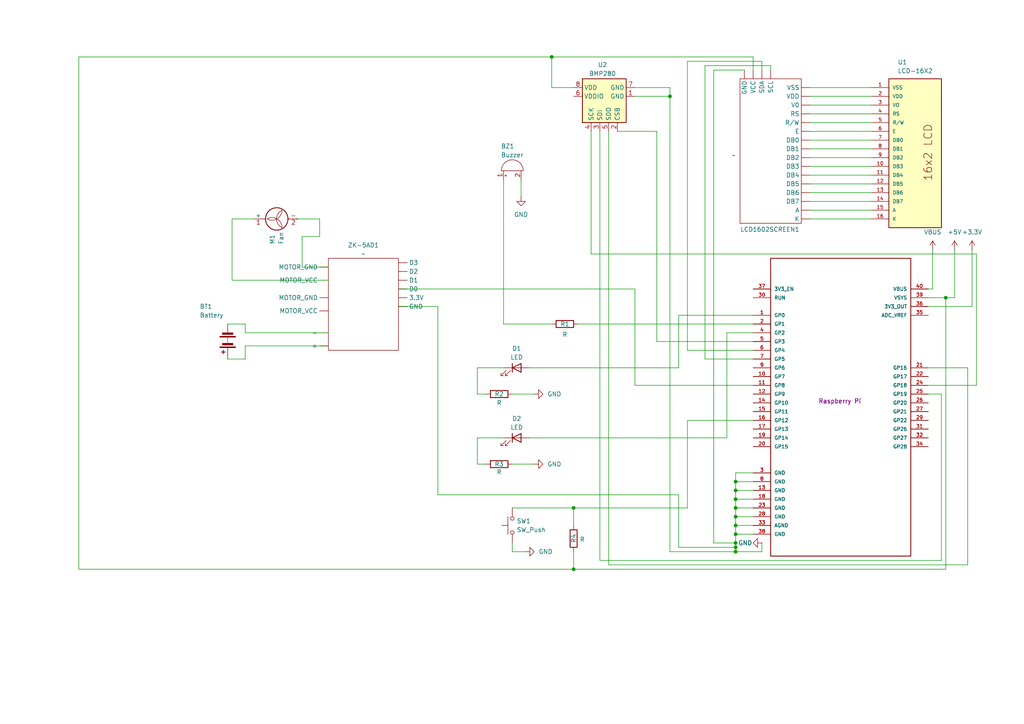
<source format=kicad_sch>
(kicad_sch
	(version 20231120)
	(generator "eeschema")
	(generator_version "8.0")
	(uuid "55dbb8d2-e6e8-4dd6-b9f1-f0ed33b72d42")
	(paper "A4")
	(lib_symbols
		(symbol "Device:Battery"
			(pin_numbers hide)
			(pin_names
				(offset 0) hide)
			(exclude_from_sim no)
			(in_bom yes)
			(on_board yes)
			(property "Reference" "BT"
				(at 2.54 2.54 0)
				(effects
					(font
						(size 1.27 1.27)
					)
					(justify left)
				)
			)
			(property "Value" "Battery"
				(at 2.54 0 0)
				(effects
					(font
						(size 1.27 1.27)
					)
					(justify left)
				)
			)
			(property "Footprint" ""
				(at 0 1.524 90)
				(effects
					(font
						(size 1.27 1.27)
					)
					(hide yes)
				)
			)
			(property "Datasheet" "~"
				(at 0 1.524 90)
				(effects
					(font
						(size 1.27 1.27)
					)
					(hide yes)
				)
			)
			(property "Description" "Multiple-cell battery"
				(at 0 0 0)
				(effects
					(font
						(size 1.27 1.27)
					)
					(hide yes)
				)
			)
			(property "ki_keywords" "batt voltage-source cell"
				(at 0 0 0)
				(effects
					(font
						(size 1.27 1.27)
					)
					(hide yes)
				)
			)
			(symbol "Battery_0_1"
				(rectangle
					(start -2.286 -1.27)
					(end 2.286 -1.524)
					(stroke
						(width 0)
						(type default)
					)
					(fill
						(type outline)
					)
				)
				(rectangle
					(start -2.286 1.778)
					(end 2.286 1.524)
					(stroke
						(width 0)
						(type default)
					)
					(fill
						(type outline)
					)
				)
				(rectangle
					(start -1.524 -2.032)
					(end 1.524 -2.54)
					(stroke
						(width 0)
						(type default)
					)
					(fill
						(type outline)
					)
				)
				(rectangle
					(start -1.524 1.016)
					(end 1.524 0.508)
					(stroke
						(width 0)
						(type default)
					)
					(fill
						(type outline)
					)
				)
				(polyline
					(pts
						(xy 0 -1.016) (xy 0 -0.762)
					)
					(stroke
						(width 0)
						(type default)
					)
					(fill
						(type none)
					)
				)
				(polyline
					(pts
						(xy 0 -0.508) (xy 0 -0.254)
					)
					(stroke
						(width 0)
						(type default)
					)
					(fill
						(type none)
					)
				)
				(polyline
					(pts
						(xy 0 0) (xy 0 0.254)
					)
					(stroke
						(width 0)
						(type default)
					)
					(fill
						(type none)
					)
				)
				(polyline
					(pts
						(xy 0 1.778) (xy 0 2.54)
					)
					(stroke
						(width 0)
						(type default)
					)
					(fill
						(type none)
					)
				)
				(polyline
					(pts
						(xy 0.762 3.048) (xy 1.778 3.048)
					)
					(stroke
						(width 0.254)
						(type default)
					)
					(fill
						(type none)
					)
				)
				(polyline
					(pts
						(xy 1.27 3.556) (xy 1.27 2.54)
					)
					(stroke
						(width 0.254)
						(type default)
					)
					(fill
						(type none)
					)
				)
			)
			(symbol "Battery_1_1"
				(pin passive line
					(at 0 5.08 270)
					(length 2.54)
					(name "+"
						(effects
							(font
								(size 1.27 1.27)
							)
						)
					)
					(number "1"
						(effects
							(font
								(size 1.27 1.27)
							)
						)
					)
				)
				(pin passive line
					(at 0 -5.08 90)
					(length 2.54)
					(name "-"
						(effects
							(font
								(size 1.27 1.27)
							)
						)
					)
					(number "2"
						(effects
							(font
								(size 1.27 1.27)
							)
						)
					)
				)
			)
		)
		(symbol "Device:Buzzer"
			(pin_names
				(offset 0.0254) hide)
			(exclude_from_sim no)
			(in_bom yes)
			(on_board yes)
			(property "Reference" "BZ"
				(at 3.81 1.27 0)
				(effects
					(font
						(size 1.27 1.27)
					)
					(justify left)
				)
			)
			(property "Value" "Buzzer"
				(at 3.81 -1.27 0)
				(effects
					(font
						(size 1.27 1.27)
					)
					(justify left)
				)
			)
			(property "Footprint" ""
				(at -0.635 2.54 90)
				(effects
					(font
						(size 1.27 1.27)
					)
					(hide yes)
				)
			)
			(property "Datasheet" "~"
				(at -0.635 2.54 90)
				(effects
					(font
						(size 1.27 1.27)
					)
					(hide yes)
				)
			)
			(property "Description" "Buzzer, polarized"
				(at 0 0 0)
				(effects
					(font
						(size 1.27 1.27)
					)
					(hide yes)
				)
			)
			(property "ki_keywords" "quartz resonator ceramic"
				(at 0 0 0)
				(effects
					(font
						(size 1.27 1.27)
					)
					(hide yes)
				)
			)
			(property "ki_fp_filters" "*Buzzer*"
				(at 0 0 0)
				(effects
					(font
						(size 1.27 1.27)
					)
					(hide yes)
				)
			)
			(symbol "Buzzer_0_1"
				(arc
					(start 0 -3.175)
					(mid 3.1612 0)
					(end 0 3.175)
					(stroke
						(width 0)
						(type default)
					)
					(fill
						(type none)
					)
				)
				(polyline
					(pts
						(xy -1.651 1.905) (xy -1.143 1.905)
					)
					(stroke
						(width 0)
						(type default)
					)
					(fill
						(type none)
					)
				)
				(polyline
					(pts
						(xy -1.397 2.159) (xy -1.397 1.651)
					)
					(stroke
						(width 0)
						(type default)
					)
					(fill
						(type none)
					)
				)
				(polyline
					(pts
						(xy 0 3.175) (xy 0 -3.175)
					)
					(stroke
						(width 0)
						(type default)
					)
					(fill
						(type none)
					)
				)
			)
			(symbol "Buzzer_1_1"
				(pin passive line
					(at -2.54 2.54 0)
					(length 2.54)
					(name "+"
						(effects
							(font
								(size 1.27 1.27)
							)
						)
					)
					(number "1"
						(effects
							(font
								(size 1.27 1.27)
							)
						)
					)
				)
				(pin passive line
					(at -2.54 -2.54 0)
					(length 2.54)
					(name "-"
						(effects
							(font
								(size 1.27 1.27)
							)
						)
					)
					(number "2"
						(effects
							(font
								(size 1.27 1.27)
							)
						)
					)
				)
			)
		)
		(symbol "Device:LED"
			(pin_numbers hide)
			(pin_names
				(offset 1.016) hide)
			(exclude_from_sim no)
			(in_bom yes)
			(on_board yes)
			(property "Reference" "D"
				(at 0 2.54 0)
				(effects
					(font
						(size 1.27 1.27)
					)
				)
			)
			(property "Value" "LED"
				(at 0 -2.54 0)
				(effects
					(font
						(size 1.27 1.27)
					)
				)
			)
			(property "Footprint" ""
				(at 0 0 0)
				(effects
					(font
						(size 1.27 1.27)
					)
					(hide yes)
				)
			)
			(property "Datasheet" "~"
				(at 0 0 0)
				(effects
					(font
						(size 1.27 1.27)
					)
					(hide yes)
				)
			)
			(property "Description" "Light emitting diode"
				(at 0 0 0)
				(effects
					(font
						(size 1.27 1.27)
					)
					(hide yes)
				)
			)
			(property "ki_keywords" "LED diode"
				(at 0 0 0)
				(effects
					(font
						(size 1.27 1.27)
					)
					(hide yes)
				)
			)
			(property "ki_fp_filters" "LED* LED_SMD:* LED_THT:*"
				(at 0 0 0)
				(effects
					(font
						(size 1.27 1.27)
					)
					(hide yes)
				)
			)
			(symbol "LED_0_1"
				(polyline
					(pts
						(xy -1.27 -1.27) (xy -1.27 1.27)
					)
					(stroke
						(width 0.254)
						(type default)
					)
					(fill
						(type none)
					)
				)
				(polyline
					(pts
						(xy -1.27 0) (xy 1.27 0)
					)
					(stroke
						(width 0)
						(type default)
					)
					(fill
						(type none)
					)
				)
				(polyline
					(pts
						(xy 1.27 -1.27) (xy 1.27 1.27) (xy -1.27 0) (xy 1.27 -1.27)
					)
					(stroke
						(width 0.254)
						(type default)
					)
					(fill
						(type none)
					)
				)
				(polyline
					(pts
						(xy -3.048 -0.762) (xy -4.572 -2.286) (xy -3.81 -2.286) (xy -4.572 -2.286) (xy -4.572 -1.524)
					)
					(stroke
						(width 0)
						(type default)
					)
					(fill
						(type none)
					)
				)
				(polyline
					(pts
						(xy -1.778 -0.762) (xy -3.302 -2.286) (xy -2.54 -2.286) (xy -3.302 -2.286) (xy -3.302 -1.524)
					)
					(stroke
						(width 0)
						(type default)
					)
					(fill
						(type none)
					)
				)
			)
			(symbol "LED_1_1"
				(pin passive line
					(at -3.81 0 0)
					(length 2.54)
					(name "K"
						(effects
							(font
								(size 1.27 1.27)
							)
						)
					)
					(number "1"
						(effects
							(font
								(size 1.27 1.27)
							)
						)
					)
				)
				(pin passive line
					(at 3.81 0 180)
					(length 2.54)
					(name "A"
						(effects
							(font
								(size 1.27 1.27)
							)
						)
					)
					(number "2"
						(effects
							(font
								(size 1.27 1.27)
							)
						)
					)
				)
			)
		)
		(symbol "Device:R"
			(pin_numbers hide)
			(pin_names
				(offset 0)
			)
			(exclude_from_sim no)
			(in_bom yes)
			(on_board yes)
			(property "Reference" "R"
				(at 2.032 0 90)
				(effects
					(font
						(size 1.27 1.27)
					)
				)
			)
			(property "Value" "R"
				(at 0 0 90)
				(effects
					(font
						(size 1.27 1.27)
					)
				)
			)
			(property "Footprint" ""
				(at -1.778 0 90)
				(effects
					(font
						(size 1.27 1.27)
					)
					(hide yes)
				)
			)
			(property "Datasheet" "~"
				(at 0 0 0)
				(effects
					(font
						(size 1.27 1.27)
					)
					(hide yes)
				)
			)
			(property "Description" "Resistor"
				(at 0 0 0)
				(effects
					(font
						(size 1.27 1.27)
					)
					(hide yes)
				)
			)
			(property "ki_keywords" "R res resistor"
				(at 0 0 0)
				(effects
					(font
						(size 1.27 1.27)
					)
					(hide yes)
				)
			)
			(property "ki_fp_filters" "R_*"
				(at 0 0 0)
				(effects
					(font
						(size 1.27 1.27)
					)
					(hide yes)
				)
			)
			(symbol "R_0_1"
				(rectangle
					(start -1.016 -2.54)
					(end 1.016 2.54)
					(stroke
						(width 0.254)
						(type default)
					)
					(fill
						(type none)
					)
				)
			)
			(symbol "R_1_1"
				(pin passive line
					(at 0 3.81 270)
					(length 1.27)
					(name "~"
						(effects
							(font
								(size 1.27 1.27)
							)
						)
					)
					(number "1"
						(effects
							(font
								(size 1.27 1.27)
							)
						)
					)
				)
				(pin passive line
					(at 0 -3.81 90)
					(length 1.27)
					(name "~"
						(effects
							(font
								(size 1.27 1.27)
							)
						)
					)
					(number "2"
						(effects
							(font
								(size 1.27 1.27)
							)
						)
					)
				)
			)
		)
		(symbol "LCD_I2C:1602LCD_Screen"
			(exclude_from_sim no)
			(in_bom yes)
			(on_board yes)
			(property "Reference" "LCD1602SCREEN"
				(at 6.096 4.572 0)
				(effects
					(font
						(size 1.27 1.27)
					)
				)
			)
			(property "Value" ""
				(at 0 0 0)
				(effects
					(font
						(size 1.27 1.27)
					)
				)
			)
			(property "Footprint" ""
				(at 0 0 0)
				(effects
					(font
						(size 1.27 1.27)
					)
					(hide yes)
				)
			)
			(property "Datasheet" ""
				(at 0 0 0)
				(effects
					(font
						(size 1.27 1.27)
					)
					(hide yes)
				)
			)
			(property "Description" ""
				(at 0 0 0)
				(effects
					(font
						(size 1.27 1.27)
					)
					(hide yes)
				)
			)
			(symbol "1602LCD_Screen_0_1"
				(rectangle
					(start -2.54 -1.27)
					(end 15.24 -43.18)
					(stroke
						(width 0)
						(type default)
					)
					(fill
						(type none)
					)
				)
			)
			(symbol "1602LCD_Screen_1_1"
				(pin output line
					(at 17.78 -39.37 180)
					(length 2.54)
					(name "A"
						(effects
							(font
								(size 1.27 1.27)
							)
						)
					)
					(number ""
						(effects
							(font
								(size 1.27 1.27)
							)
						)
					)
				)
				(pin output line
					(at 17.78 -19.05 180)
					(length 2.54)
					(name "DB0"
						(effects
							(font
								(size 1.27 1.27)
							)
						)
					)
					(number ""
						(effects
							(font
								(size 1.27 1.27)
							)
						)
					)
				)
				(pin output line
					(at 17.78 -21.59 180)
					(length 2.54)
					(name "DB1"
						(effects
							(font
								(size 1.27 1.27)
							)
						)
					)
					(number ""
						(effects
							(font
								(size 1.27 1.27)
							)
						)
					)
				)
				(pin output line
					(at 17.78 -24.13 180)
					(length 2.54)
					(name "DB2"
						(effects
							(font
								(size 1.27 1.27)
							)
						)
					)
					(number ""
						(effects
							(font
								(size 1.27 1.27)
							)
						)
					)
				)
				(pin output line
					(at 17.78 -26.67 180)
					(length 2.54)
					(name "DB3"
						(effects
							(font
								(size 1.27 1.27)
							)
						)
					)
					(number ""
						(effects
							(font
								(size 1.27 1.27)
							)
						)
					)
				)
				(pin output line
					(at 17.78 -29.21 180)
					(length 2.54)
					(name "DB4"
						(effects
							(font
								(size 1.27 1.27)
							)
						)
					)
					(number ""
						(effects
							(font
								(size 1.27 1.27)
							)
						)
					)
				)
				(pin output line
					(at 17.78 -31.75 180)
					(length 2.54)
					(name "DB5"
						(effects
							(font
								(size 1.27 1.27)
							)
						)
					)
					(number ""
						(effects
							(font
								(size 1.27 1.27)
							)
						)
					)
				)
				(pin output line
					(at 17.78 -34.29 180)
					(length 2.54)
					(name "DB6"
						(effects
							(font
								(size 1.27 1.27)
							)
						)
					)
					(number ""
						(effects
							(font
								(size 1.27 1.27)
							)
						)
					)
				)
				(pin output line
					(at 17.78 -36.83 180)
					(length 2.54)
					(name "DB7"
						(effects
							(font
								(size 1.27 1.27)
							)
						)
					)
					(number ""
						(effects
							(font
								(size 1.27 1.27)
							)
						)
					)
				)
				(pin output line
					(at 17.78 -16.51 180)
					(length 2.54)
					(name "E"
						(effects
							(font
								(size 1.27 1.27)
							)
						)
					)
					(number ""
						(effects
							(font
								(size 1.27 1.27)
							)
						)
					)
				)
				(pin output line
					(at -1.27 1.27 270)
					(length 2.54)
					(name "GND"
						(effects
							(font
								(size 1.27 1.27)
							)
						)
					)
					(number ""
						(effects
							(font
								(size 1.27 1.27)
							)
						)
					)
				)
				(pin output line
					(at 17.78 -41.91 180)
					(length 2.54)
					(name "K"
						(effects
							(font
								(size 1.27 1.27)
							)
						)
					)
					(number ""
						(effects
							(font
								(size 1.27 1.27)
							)
						)
					)
				)
				(pin output line
					(at 17.78 -13.97 180)
					(length 2.54)
					(name "R/W"
						(effects
							(font
								(size 1.27 1.27)
							)
						)
					)
					(number ""
						(effects
							(font
								(size 1.27 1.27)
							)
						)
					)
				)
				(pin output line
					(at 17.78 -11.43 180)
					(length 2.54)
					(name "RS"
						(effects
							(font
								(size 1.27 1.27)
							)
						)
					)
					(number ""
						(effects
							(font
								(size 1.27 1.27)
							)
						)
					)
				)
				(pin output line
					(at 6.35 1.27 270)
					(length 2.54)
					(name "SCL"
						(effects
							(font
								(size 1.27 1.27)
							)
						)
					)
					(number ""
						(effects
							(font
								(size 1.27 1.27)
							)
						)
					)
				)
				(pin output line
					(at 3.81 1.27 270)
					(length 2.54)
					(name "SDA"
						(effects
							(font
								(size 1.27 1.27)
							)
						)
					)
					(number ""
						(effects
							(font
								(size 1.27 1.27)
							)
						)
					)
				)
				(pin output line
					(at 17.78 -8.89 180)
					(length 2.54)
					(name "V0"
						(effects
							(font
								(size 1.27 1.27)
							)
						)
					)
					(number ""
						(effects
							(font
								(size 1.27 1.27)
							)
						)
					)
				)
				(pin output line
					(at 1.27 1.27 270)
					(length 2.54)
					(name "VCC"
						(effects
							(font
								(size 1.27 1.27)
							)
						)
					)
					(number ""
						(effects
							(font
								(size 1.27 1.27)
							)
						)
					)
				)
				(pin output line
					(at 17.78 -6.35 180)
					(length 2.54)
					(name "VDD"
						(effects
							(font
								(size 1.27 1.27)
							)
						)
					)
					(number ""
						(effects
							(font
								(size 1.27 1.27)
							)
						)
					)
				)
				(pin output line
					(at 17.78 -3.81 180)
					(length 2.54)
					(name "VSS"
						(effects
							(font
								(size 1.27 1.27)
							)
						)
					)
					(number ""
						(effects
							(font
								(size 1.27 1.27)
							)
						)
					)
				)
			)
		)
		(symbol "Motor:Fan"
			(pin_names
				(offset 0)
			)
			(exclude_from_sim no)
			(in_bom yes)
			(on_board yes)
			(property "Reference" "M"
				(at 2.54 5.08 0)
				(effects
					(font
						(size 1.27 1.27)
					)
					(justify left)
				)
			)
			(property "Value" "Fan"
				(at 2.54 -2.54 0)
				(effects
					(font
						(size 1.27 1.27)
					)
					(justify left top)
				)
			)
			(property "Footprint" ""
				(at 0 0.254 0)
				(effects
					(font
						(size 1.27 1.27)
					)
					(hide yes)
				)
			)
			(property "Datasheet" "~"
				(at 0 0.254 0)
				(effects
					(font
						(size 1.27 1.27)
					)
					(hide yes)
				)
			)
			(property "Description" "Fan"
				(at 0 0 0)
				(effects
					(font
						(size 1.27 1.27)
					)
					(hide yes)
				)
			)
			(property "ki_keywords" "Fan Motor"
				(at 0 0 0)
				(effects
					(font
						(size 1.27 1.27)
					)
					(hide yes)
				)
			)
			(property "ki_fp_filters" "PinHeader*P2.54mm* TerminalBlock*"
				(at 0 0 0)
				(effects
					(font
						(size 1.27 1.27)
					)
					(hide yes)
				)
			)
			(symbol "Fan_0_1"
				(arc
					(start -2.54 -0.508)
					(mid 0.0028 0.9121)
					(end 0 3.81)
					(stroke
						(width 0)
						(type default)
					)
					(fill
						(type none)
					)
				)
				(polyline
					(pts
						(xy 0 -5.08) (xy 0 -4.572)
					)
					(stroke
						(width 0)
						(type default)
					)
					(fill
						(type none)
					)
				)
				(polyline
					(pts
						(xy 0 -2.2352) (xy 0 -2.6416)
					)
					(stroke
						(width 0)
						(type default)
					)
					(fill
						(type none)
					)
				)
				(polyline
					(pts
						(xy 0 4.2672) (xy 0 4.6228)
					)
					(stroke
						(width 0)
						(type default)
					)
					(fill
						(type none)
					)
				)
				(polyline
					(pts
						(xy 0 4.572) (xy 0 5.08)
					)
					(stroke
						(width 0)
						(type default)
					)
					(fill
						(type none)
					)
				)
				(circle
					(center 0 1.016)
					(radius 3.2512)
					(stroke
						(width 0.254)
						(type default)
					)
					(fill
						(type none)
					)
				)
				(arc
					(start 0 3.81)
					(mid 0.053 0.921)
					(end 2.54 -0.508)
					(stroke
						(width 0)
						(type default)
					)
					(fill
						(type none)
					)
				)
				(arc
					(start 2.54 -0.508)
					(mid 0 1.0618)
					(end -2.54 -0.508)
					(stroke
						(width 0)
						(type default)
					)
					(fill
						(type none)
					)
				)
			)
			(symbol "Fan_1_1"
				(pin passive line
					(at 0 7.62 270)
					(length 2.54)
					(name "+"
						(effects
							(font
								(size 1.27 1.27)
							)
						)
					)
					(number "1"
						(effects
							(font
								(size 1.27 1.27)
							)
						)
					)
				)
				(pin passive line
					(at 0 -5.08 90)
					(length 2.54)
					(name "-"
						(effects
							(font
								(size 1.27 1.27)
							)
						)
					)
					(number "2"
						(effects
							(font
								(size 1.27 1.27)
							)
						)
					)
				)
			)
		)
		(symbol "Sensor_Pressure:BMP280"
			(exclude_from_sim no)
			(in_bom yes)
			(on_board yes)
			(property "Reference" "U"
				(at -7.62 10.16 0)
				(effects
					(font
						(size 1.27 1.27)
					)
					(justify left top)
				)
			)
			(property "Value" "BMP280"
				(at 5.08 10.16 0)
				(effects
					(font
						(size 1.27 1.27)
					)
					(justify left top)
				)
			)
			(property "Footprint" "Package_LGA:Bosch_LGA-8_2x2.5mm_P0.65mm_ClockwisePinNumbering"
				(at 0 -17.78 0)
				(effects
					(font
						(size 1.27 1.27)
					)
					(hide yes)
				)
			)
			(property "Datasheet" "https://ae-bst.resource.bosch.com/media/_tech/media/datasheets/BST-BMP280-DS001.pdf"
				(at 0 0 0)
				(effects
					(font
						(size 1.27 1.27)
					)
					(hide yes)
				)
			)
			(property "Description" "Absolute Barometric Pressure Sensor, LGA-8"
				(at 0 0 0)
				(effects
					(font
						(size 1.27 1.27)
					)
					(hide yes)
				)
			)
			(property "ki_keywords" "I2C, SPI, pressure, temperature, sensor"
				(at 0 0 0)
				(effects
					(font
						(size 1.27 1.27)
					)
					(hide yes)
				)
			)
			(property "ki_fp_filters" "Bosch*LGA*2x2.5mm*P0.65mm*"
				(at 0 0 0)
				(effects
					(font
						(size 1.27 1.27)
					)
					(hide yes)
				)
			)
			(symbol "BMP280_0_1"
				(rectangle
					(start -7.62 -5.08)
					(end 5.08 7.62)
					(stroke
						(width 0.254)
						(type default)
					)
					(fill
						(type background)
					)
				)
			)
			(symbol "BMP280_1_1"
				(pin power_in line
					(at 0 -7.62 90)
					(length 2.54)
					(name "GND"
						(effects
							(font
								(size 1.27 1.27)
							)
						)
					)
					(number "1"
						(effects
							(font
								(size 1.27 1.27)
							)
						)
					)
				)
				(pin input line
					(at -10.16 -2.54 0)
					(length 2.54)
					(name "CSB"
						(effects
							(font
								(size 1.27 1.27)
							)
						)
					)
					(number "2"
						(effects
							(font
								(size 1.27 1.27)
							)
						)
					)
				)
				(pin bidirectional line
					(at -10.16 2.54 0)
					(length 2.54)
					(name "SDI"
						(effects
							(font
								(size 1.27 1.27)
							)
						)
					)
					(number "3"
						(effects
							(font
								(size 1.27 1.27)
							)
						)
					)
				)
				(pin input line
					(at -10.16 5.08 0)
					(length 2.54)
					(name "SCK"
						(effects
							(font
								(size 1.27 1.27)
							)
						)
					)
					(number "4"
						(effects
							(font
								(size 1.27 1.27)
							)
						)
					)
				)
				(pin bidirectional line
					(at -10.16 0 0)
					(length 2.54)
					(name "SDO"
						(effects
							(font
								(size 1.27 1.27)
							)
						)
					)
					(number "5"
						(effects
							(font
								(size 1.27 1.27)
							)
						)
					)
				)
				(pin power_in line
					(at 0 10.16 270)
					(length 2.54)
					(name "VDDIO"
						(effects
							(font
								(size 1.27 1.27)
							)
						)
					)
					(number "6"
						(effects
							(font
								(size 1.27 1.27)
							)
						)
					)
				)
				(pin power_in line
					(at 2.54 -7.62 90)
					(length 2.54)
					(name "GND"
						(effects
							(font
								(size 1.27 1.27)
							)
						)
					)
					(number "7"
						(effects
							(font
								(size 1.27 1.27)
							)
						)
					)
				)
				(pin power_in line
					(at 2.54 10.16 270)
					(length 2.54)
					(name "VDD"
						(effects
							(font
								(size 1.27 1.27)
							)
						)
					)
					(number "8"
						(effects
							(font
								(size 1.27 1.27)
							)
						)
					)
				)
			)
		)
		(symbol "Switch:SW_Push"
			(pin_numbers hide)
			(pin_names
				(offset 1.016) hide)
			(exclude_from_sim no)
			(in_bom yes)
			(on_board yes)
			(property "Reference" "SW"
				(at 1.27 2.54 0)
				(effects
					(font
						(size 1.27 1.27)
					)
					(justify left)
				)
			)
			(property "Value" "SW_Push"
				(at 0 -1.524 0)
				(effects
					(font
						(size 1.27 1.27)
					)
				)
			)
			(property "Footprint" ""
				(at 0 5.08 0)
				(effects
					(font
						(size 1.27 1.27)
					)
					(hide yes)
				)
			)
			(property "Datasheet" "~"
				(at 0 5.08 0)
				(effects
					(font
						(size 1.27 1.27)
					)
					(hide yes)
				)
			)
			(property "Description" "Push button switch, generic, two pins"
				(at 0 0 0)
				(effects
					(font
						(size 1.27 1.27)
					)
					(hide yes)
				)
			)
			(property "ki_keywords" "switch normally-open pushbutton push-button"
				(at 0 0 0)
				(effects
					(font
						(size 1.27 1.27)
					)
					(hide yes)
				)
			)
			(symbol "SW_Push_0_1"
				(circle
					(center -2.032 0)
					(radius 0.508)
					(stroke
						(width 0)
						(type default)
					)
					(fill
						(type none)
					)
				)
				(polyline
					(pts
						(xy 0 1.27) (xy 0 3.048)
					)
					(stroke
						(width 0)
						(type default)
					)
					(fill
						(type none)
					)
				)
				(polyline
					(pts
						(xy 2.54 1.27) (xy -2.54 1.27)
					)
					(stroke
						(width 0)
						(type default)
					)
					(fill
						(type none)
					)
				)
				(circle
					(center 2.032 0)
					(radius 0.508)
					(stroke
						(width 0)
						(type default)
					)
					(fill
						(type none)
					)
				)
				(pin passive line
					(at -5.08 0 0)
					(length 2.54)
					(name "1"
						(effects
							(font
								(size 1.27 1.27)
							)
						)
					)
					(number "1"
						(effects
							(font
								(size 1.27 1.27)
							)
						)
					)
				)
				(pin passive line
					(at 5.08 0 180)
					(length 2.54)
					(name "2"
						(effects
							(font
								(size 1.27 1.27)
							)
						)
					)
					(number "2"
						(effects
							(font
								(size 1.27 1.27)
							)
						)
					)
				)
			)
		)
		(symbol "lcd:LCD-16X2"
			(pin_names
				(offset 1.016)
			)
			(exclude_from_sim no)
			(in_bom yes)
			(on_board yes)
			(property "Reference" "U"
				(at -7.62 23.368 0)
				(effects
					(font
						(size 1.27 1.27)
					)
					(justify left bottom)
				)
			)
			(property "Value" "LCD-16X2"
				(at -7.62 -22.86 0)
				(effects
					(font
						(size 1.27 1.27)
					)
					(justify left bottom)
				)
			)
			(property "Footprint" "LCD-16X2:MODULE_LCD-16X2"
				(at 0 0 0)
				(effects
					(font
						(size 1.27 1.27)
					)
					(justify bottom)
					(hide yes)
				)
			)
			(property "Datasheet" ""
				(at 0 0 0)
				(effects
					(font
						(size 1.27 1.27)
					)
					(hide yes)
				)
			)
			(property "Description" ""
				(at 0 0 0)
				(effects
					(font
						(size 1.27 1.27)
					)
					(hide yes)
				)
			)
			(property "MF" "Gravitech"
				(at 0 0 0)
				(effects
					(font
						(size 1.27 1.27)
					)
					(justify bottom)
					(hide yes)
				)
			)
			(property "MAXIMUM_PACKAGE_HEIGHT" "14 mm"
				(at 0 0 0)
				(effects
					(font
						(size 1.27 1.27)
					)
					(justify bottom)
					(hide yes)
				)
			)
			(property "Package" "None"
				(at 0 0 0)
				(effects
					(font
						(size 1.27 1.27)
					)
					(justify bottom)
					(hide yes)
				)
			)
			(property "Price" "None"
				(at 0 0 0)
				(effects
					(font
						(size 1.27 1.27)
					)
					(justify bottom)
					(hide yes)
				)
			)
			(property "Check_prices" "https://www.snapeda.com/parts/LCD-16X2/Gravitech/view-part/?ref=eda"
				(at 0 0 0)
				(effects
					(font
						(size 1.27 1.27)
					)
					(justify bottom)
					(hide yes)
				)
			)
			(property "STANDARD" "Manufacturer Recommendations"
				(at 0 0 0)
				(effects
					(font
						(size 1.27 1.27)
					)
					(justify bottom)
					(hide yes)
				)
			)
			(property "PARTREV" "N/A"
				(at 0 0 0)
				(effects
					(font
						(size 1.27 1.27)
					)
					(justify bottom)
					(hide yes)
				)
			)
			(property "SnapEDA_Link" "https://www.snapeda.com/parts/LCD-16X2/Gravitech/view-part/?ref=snap"
				(at 0 0 0)
				(effects
					(font
						(size 1.27 1.27)
					)
					(justify bottom)
					(hide yes)
				)
			)
			(property "MP" "LCD-16X2"
				(at 0 0 0)
				(effects
					(font
						(size 1.27 1.27)
					)
					(justify bottom)
					(hide yes)
				)
			)
			(property "Description_1" "\nDisplay Development Tools 16x2 Black on Green Char LCD w Backlight\n"
				(at 0 0 0)
				(effects
					(font
						(size 1.27 1.27)
					)
					(justify bottom)
					(hide yes)
				)
			)
			(property "Availability" "Not in stock"
				(at 0 0 0)
				(effects
					(font
						(size 1.27 1.27)
					)
					(justify bottom)
					(hide yes)
				)
			)
			(property "MANUFACTURER" "Gravitech"
				(at 0 0 0)
				(effects
					(font
						(size 1.27 1.27)
					)
					(justify bottom)
					(hide yes)
				)
			)
			(symbol "LCD-16X2_0_0"
				(rectangle
					(start -7.62 -20.32)
					(end 7.62 22.86)
					(stroke
						(width 0.254)
						(type default)
					)
					(fill
						(type background)
					)
				)
				(text "16x2 LCD"
					(at 5.08 -6.858 900)
					(effects
						(font
							(size 2.286 2.286)
						)
						(justify left bottom)
					)
				)
				(pin power_in line
					(at -12.7 20.32 0)
					(length 5.08)
					(name "VSS"
						(effects
							(font
								(size 1.016 1.016)
							)
						)
					)
					(number "1"
						(effects
							(font
								(size 1.016 1.016)
							)
						)
					)
				)
				(pin bidirectional line
					(at -12.7 -2.54 0)
					(length 5.08)
					(name "DB3"
						(effects
							(font
								(size 1.016 1.016)
							)
						)
					)
					(number "10"
						(effects
							(font
								(size 1.016 1.016)
							)
						)
					)
				)
				(pin bidirectional line
					(at -12.7 -5.08 0)
					(length 5.08)
					(name "DB4"
						(effects
							(font
								(size 1.016 1.016)
							)
						)
					)
					(number "11"
						(effects
							(font
								(size 1.016 1.016)
							)
						)
					)
				)
				(pin bidirectional line
					(at -12.7 -7.62 0)
					(length 5.08)
					(name "DB5"
						(effects
							(font
								(size 1.016 1.016)
							)
						)
					)
					(number "12"
						(effects
							(font
								(size 1.016 1.016)
							)
						)
					)
				)
				(pin bidirectional line
					(at -12.7 -10.16 0)
					(length 5.08)
					(name "DB6"
						(effects
							(font
								(size 1.016 1.016)
							)
						)
					)
					(number "13"
						(effects
							(font
								(size 1.016 1.016)
							)
						)
					)
				)
				(pin bidirectional line
					(at -12.7 -12.7 0)
					(length 5.08)
					(name "DB7"
						(effects
							(font
								(size 1.016 1.016)
							)
						)
					)
					(number "14"
						(effects
							(font
								(size 1.016 1.016)
							)
						)
					)
				)
				(pin power_in line
					(at -12.7 -15.24 0)
					(length 5.08)
					(name "A"
						(effects
							(font
								(size 1.016 1.016)
							)
						)
					)
					(number "15"
						(effects
							(font
								(size 1.016 1.016)
							)
						)
					)
				)
				(pin power_in line
					(at -12.7 -17.78 0)
					(length 5.08)
					(name "K"
						(effects
							(font
								(size 1.016 1.016)
							)
						)
					)
					(number "16"
						(effects
							(font
								(size 1.016 1.016)
							)
						)
					)
				)
				(pin power_in line
					(at -12.7 17.78 0)
					(length 5.08)
					(name "VDD"
						(effects
							(font
								(size 1.016 1.016)
							)
						)
					)
					(number "2"
						(effects
							(font
								(size 1.016 1.016)
							)
						)
					)
				)
				(pin bidirectional line
					(at -12.7 15.24 0)
					(length 5.08)
					(name "VO"
						(effects
							(font
								(size 1.016 1.016)
							)
						)
					)
					(number "3"
						(effects
							(font
								(size 1.016 1.016)
							)
						)
					)
				)
				(pin input line
					(at -12.7 12.7 0)
					(length 5.08)
					(name "RS"
						(effects
							(font
								(size 1.016 1.016)
							)
						)
					)
					(number "4"
						(effects
							(font
								(size 1.016 1.016)
							)
						)
					)
				)
				(pin input line
					(at -12.7 10.16 0)
					(length 5.08)
					(name "R/W"
						(effects
							(font
								(size 1.016 1.016)
							)
						)
					)
					(number "5"
						(effects
							(font
								(size 1.016 1.016)
							)
						)
					)
				)
				(pin input line
					(at -12.7 7.62 0)
					(length 5.08)
					(name "E"
						(effects
							(font
								(size 1.016 1.016)
							)
						)
					)
					(number "6"
						(effects
							(font
								(size 1.016 1.016)
							)
						)
					)
				)
				(pin bidirectional line
					(at -12.7 5.08 0)
					(length 5.08)
					(name "DB0"
						(effects
							(font
								(size 1.016 1.016)
							)
						)
					)
					(number "7"
						(effects
							(font
								(size 1.016 1.016)
							)
						)
					)
				)
				(pin bidirectional line
					(at -12.7 2.54 0)
					(length 5.08)
					(name "DB1"
						(effects
							(font
								(size 1.016 1.016)
							)
						)
					)
					(number "8"
						(effects
							(font
								(size 1.016 1.016)
							)
						)
					)
				)
				(pin bidirectional line
					(at -12.7 0 0)
					(length 5.08)
					(name "DB2"
						(effects
							(font
								(size 1.016 1.016)
							)
						)
					)
					(number "9"
						(effects
							(font
								(size 1.016 1.016)
							)
						)
					)
				)
			)
		)
		(symbol "pico:SC0918"
			(pin_names
				(offset 1.016)
			)
			(exclude_from_sim no)
			(in_bom yes)
			(on_board yes)
			(property "Reference" "A1"
				(at 0 58.42 0)
				(effects
					(font
						(size 1.27 1.27)
					)
				)
			)
			(property "Value" "SC0918"
				(at 0 55.88 0)
				(effects
					(font
						(size 1.27 1.27)
					)
				)
			)
			(property "Footprint" "Raspberry Pi:MODULE_SC0918"
				(at -12.7 -46.99 0)
				(effects
					(font
						(size 1.27 1.27)
					)
					(justify bottom)
				)
			)
			(property "Datasheet" "https://datasheets.raspberrypi.com/picow/pico-w-datasheet.pdf"
				(at -26.67 -49.53 0)
				(effects
					(font
						(size 1.27 1.27)
					)
					(justify left bottom)
					(hide yes)
				)
			)
			(property "Description" ""
				(at 0 0 0)
				(effects
					(font
						(size 1.27 1.27)
					)
					(hide yes)
				)
			)
			(property "manufacturer" "Raspberry Pi"
				(at 0 53.34 0)
				(effects
					(font
						(size 1.27 1.27)
					)
				)
			)
			(property "P/N" "SC0918"
				(at 0 50.8 0)
				(effects
					(font
						(size 1.27 1.27)
					)
					(hide yes)
				)
			)
			(property "PARTREV" "1.6"
				(at 0 48.26 0)
				(effects
					(font
						(size 1.27 1.27)
					)
					(hide yes)
				)
			)
			(property "MAXIMUM_PACKAGE_HEIGHT" "3.73mm"
				(at 0 45.72 0)
				(effects
					(font
						(size 1.27 1.27)
					)
					(hide yes)
				)
			)
			(symbol "SC0918_0_0"
				(rectangle
					(start -20.32 -43.18)
					(end 20.32 43.18)
					(stroke
						(width 0.254)
						(type default)
					)
					(fill
						(type none)
					)
				)
				(pin bidirectional line
					(at -25.4 26.67 0)
					(length 5.08)
					(name "GP0"
						(effects
							(font
								(size 1.016 1.016)
							)
						)
					)
					(number "1"
						(effects
							(font
								(size 1.016 1.016)
							)
						)
					)
				)
				(pin bidirectional line
					(at -25.4 8.89 0)
					(length 5.08)
					(name "GP7"
						(effects
							(font
								(size 1.016 1.016)
							)
						)
					)
					(number "10"
						(effects
							(font
								(size 1.016 1.016)
							)
						)
					)
				)
				(pin bidirectional line
					(at -25.4 6.35 0)
					(length 5.08)
					(name "GP8"
						(effects
							(font
								(size 1.016 1.016)
							)
						)
					)
					(number "11"
						(effects
							(font
								(size 1.016 1.016)
							)
						)
					)
				)
				(pin bidirectional line
					(at -25.4 3.81 0)
					(length 5.08)
					(name "GP9"
						(effects
							(font
								(size 1.016 1.016)
							)
						)
					)
					(number "12"
						(effects
							(font
								(size 1.016 1.016)
							)
						)
					)
				)
				(pin power_in line
					(at -25.4 -24.13 0)
					(length 5.08)
					(name "GND"
						(effects
							(font
								(size 1.016 1.016)
							)
						)
					)
					(number "13"
						(effects
							(font
								(size 1.016 1.016)
							)
						)
					)
				)
				(pin bidirectional line
					(at -25.4 1.27 0)
					(length 5.08)
					(name "GP10"
						(effects
							(font
								(size 1.016 1.016)
							)
						)
					)
					(number "14"
						(effects
							(font
								(size 1.016 1.016)
							)
						)
					)
				)
				(pin bidirectional line
					(at -25.4 -1.27 0)
					(length 5.08)
					(name "GP11"
						(effects
							(font
								(size 1.016 1.016)
							)
						)
					)
					(number "15"
						(effects
							(font
								(size 1.016 1.016)
							)
						)
					)
				)
				(pin bidirectional line
					(at -25.4 -3.81 0)
					(length 5.08)
					(name "GP12"
						(effects
							(font
								(size 1.016 1.016)
							)
						)
					)
					(number "16"
						(effects
							(font
								(size 1.016 1.016)
							)
						)
					)
				)
				(pin bidirectional line
					(at -25.4 -6.35 0)
					(length 5.08)
					(name "GP13"
						(effects
							(font
								(size 1.016 1.016)
							)
						)
					)
					(number "17"
						(effects
							(font
								(size 1.016 1.016)
							)
						)
					)
				)
				(pin power_in line
					(at -25.4 -26.67 0)
					(length 5.08)
					(name "GND"
						(effects
							(font
								(size 1.016 1.016)
							)
						)
					)
					(number "18"
						(effects
							(font
								(size 1.016 1.016)
							)
						)
					)
				)
				(pin bidirectional line
					(at -25.4 -8.89 0)
					(length 5.08)
					(name "GP14"
						(effects
							(font
								(size 1.016 1.016)
							)
						)
					)
					(number "19"
						(effects
							(font
								(size 1.016 1.016)
							)
						)
					)
				)
				(pin bidirectional line
					(at -25.4 24.13 0)
					(length 5.08)
					(name "GP1"
						(effects
							(font
								(size 1.016 1.016)
							)
						)
					)
					(number "2"
						(effects
							(font
								(size 1.016 1.016)
							)
						)
					)
				)
				(pin bidirectional line
					(at -25.4 -11.43 0)
					(length 5.08)
					(name "GP15"
						(effects
							(font
								(size 1.016 1.016)
							)
						)
					)
					(number "20"
						(effects
							(font
								(size 1.016 1.016)
							)
						)
					)
				)
				(pin bidirectional line
					(at 25.4 11.43 180)
					(length 5.08)
					(name "GP16"
						(effects
							(font
								(size 1.016 1.016)
							)
						)
					)
					(number "21"
						(effects
							(font
								(size 1.016 1.016)
							)
						)
					)
				)
				(pin bidirectional line
					(at 25.4 8.89 180)
					(length 5.08)
					(name "GP17"
						(effects
							(font
								(size 1.016 1.016)
							)
						)
					)
					(number "22"
						(effects
							(font
								(size 1.016 1.016)
							)
						)
					)
				)
				(pin power_in line
					(at -25.4 -29.21 0)
					(length 5.08)
					(name "GND"
						(effects
							(font
								(size 1.016 1.016)
							)
						)
					)
					(number "23"
						(effects
							(font
								(size 1.016 1.016)
							)
						)
					)
				)
				(pin bidirectional line
					(at 25.4 6.35 180)
					(length 5.08)
					(name "GP18"
						(effects
							(font
								(size 1.016 1.016)
							)
						)
					)
					(number "24"
						(effects
							(font
								(size 1.016 1.016)
							)
						)
					)
				)
				(pin bidirectional line
					(at 25.4 3.81 180)
					(length 5.08)
					(name "GP19"
						(effects
							(font
								(size 1.016 1.016)
							)
						)
					)
					(number "25"
						(effects
							(font
								(size 1.016 1.016)
							)
						)
					)
				)
				(pin bidirectional line
					(at 25.4 1.27 180)
					(length 5.08)
					(name "GP20"
						(effects
							(font
								(size 1.016 1.016)
							)
						)
					)
					(number "26"
						(effects
							(font
								(size 1.016 1.016)
							)
						)
					)
				)
				(pin bidirectional line
					(at 25.4 -1.27 180)
					(length 5.08)
					(name "GP21"
						(effects
							(font
								(size 1.016 1.016)
							)
						)
					)
					(number "27"
						(effects
							(font
								(size 1.016 1.016)
							)
						)
					)
				)
				(pin power_in line
					(at -25.4 -31.75 0)
					(length 5.08)
					(name "GND"
						(effects
							(font
								(size 1.016 1.016)
							)
						)
					)
					(number "28"
						(effects
							(font
								(size 1.016 1.016)
							)
						)
					)
				)
				(pin bidirectional line
					(at 25.4 -3.81 180)
					(length 5.08)
					(name "GP22"
						(effects
							(font
								(size 1.016 1.016)
							)
						)
					)
					(number "29"
						(effects
							(font
								(size 1.016 1.016)
							)
						)
					)
				)
				(pin power_in line
					(at -25.4 -19.05 0)
					(length 5.08)
					(name "GND"
						(effects
							(font
								(size 1.016 1.016)
							)
						)
					)
					(number "3"
						(effects
							(font
								(size 1.016 1.016)
							)
						)
					)
				)
				(pin input line
					(at -25.4 31.75 0)
					(length 5.08)
					(name "RUN"
						(effects
							(font
								(size 1.016 1.016)
							)
						)
					)
					(number "30"
						(effects
							(font
								(size 1.016 1.016)
							)
						)
					)
				)
				(pin bidirectional line
					(at 25.4 -6.35 180)
					(length 5.08)
					(name "GP26"
						(effects
							(font
								(size 1.016 1.016)
							)
						)
					)
					(number "31"
						(effects
							(font
								(size 1.016 1.016)
							)
						)
					)
				)
				(pin bidirectional line
					(at 25.4 -8.89 180)
					(length 5.08)
					(name "GP27"
						(effects
							(font
								(size 1.016 1.016)
							)
						)
					)
					(number "32"
						(effects
							(font
								(size 1.016 1.016)
							)
						)
					)
				)
				(pin power_in line
					(at -25.4 -34.29 0)
					(length 5.08)
					(name "AGND"
						(effects
							(font
								(size 1.016 1.016)
							)
						)
					)
					(number "33"
						(effects
							(font
								(size 1.016 1.016)
							)
						)
					)
				)
				(pin bidirectional line
					(at 25.4 -11.43 180)
					(length 5.08)
					(name "GP28"
						(effects
							(font
								(size 1.016 1.016)
							)
						)
					)
					(number "34"
						(effects
							(font
								(size 1.016 1.016)
							)
						)
					)
				)
				(pin power_in line
					(at 25.4 26.67 180)
					(length 5.08)
					(name "ADC_VREF"
						(effects
							(font
								(size 1.016 1.016)
							)
						)
					)
					(number "35"
						(effects
							(font
								(size 1.016 1.016)
							)
						)
					)
				)
				(pin power_in line
					(at 25.4 29.21 180)
					(length 5.08)
					(name "3V3_OUT"
						(effects
							(font
								(size 1.016 1.016)
							)
						)
					)
					(number "36"
						(effects
							(font
								(size 1.016 1.016)
							)
						)
					)
				)
				(pin input line
					(at -25.4 34.29 0)
					(length 5.08)
					(name "3V3_EN"
						(effects
							(font
								(size 1.016 1.016)
							)
						)
					)
					(number "37"
						(effects
							(font
								(size 1.016 1.016)
							)
						)
					)
				)
				(pin power_in line
					(at -25.4 -36.83 0)
					(length 5.08)
					(name "GND"
						(effects
							(font
								(size 1.016 1.016)
							)
						)
					)
					(number "38"
						(effects
							(font
								(size 1.016 1.016)
							)
						)
					)
				)
				(pin free line
					(at 25.4 31.75 180)
					(length 5.08)
					(name "VSYS"
						(effects
							(font
								(size 1.016 1.016)
							)
						)
					)
					(number "39"
						(effects
							(font
								(size 1.016 1.016)
							)
						)
					)
				)
				(pin bidirectional line
					(at -25.4 21.59 0)
					(length 5.08)
					(name "GP2"
						(effects
							(font
								(size 1.016 1.016)
							)
						)
					)
					(number "4"
						(effects
							(font
								(size 1.016 1.016)
							)
						)
					)
				)
				(pin free line
					(at 25.4 34.29 180)
					(length 5.08)
					(name "VBUS"
						(effects
							(font
								(size 1.016 1.016)
							)
						)
					)
					(number "40"
						(effects
							(font
								(size 1.016 1.016)
							)
						)
					)
				)
				(pin bidirectional line
					(at -25.4 19.05 0)
					(length 5.08)
					(name "GP3"
						(effects
							(font
								(size 1.016 1.016)
							)
						)
					)
					(number "5"
						(effects
							(font
								(size 1.016 1.016)
							)
						)
					)
				)
				(pin bidirectional line
					(at -25.4 16.51 0)
					(length 5.08)
					(name "GP4"
						(effects
							(font
								(size 1.016 1.016)
							)
						)
					)
					(number "6"
						(effects
							(font
								(size 1.016 1.016)
							)
						)
					)
				)
				(pin bidirectional line
					(at -25.4 13.97 0)
					(length 5.08)
					(name "GP5"
						(effects
							(font
								(size 1.016 1.016)
							)
						)
					)
					(number "7"
						(effects
							(font
								(size 1.016 1.016)
							)
						)
					)
				)
				(pin power_in line
					(at -25.4 -21.59 0)
					(length 5.08)
					(name "GND"
						(effects
							(font
								(size 1.016 1.016)
							)
						)
					)
					(number "8"
						(effects
							(font
								(size 1.016 1.016)
							)
						)
					)
				)
				(pin bidirectional line
					(at -25.4 11.43 0)
					(length 5.08)
					(name "GP6"
						(effects
							(font
								(size 1.016 1.016)
							)
						)
					)
					(number "9"
						(effects
							(font
								(size 1.016 1.016)
							)
						)
					)
				)
			)
		)
		(symbol "power:+3.3V"
			(power)
			(pin_numbers hide)
			(pin_names
				(offset 0) hide)
			(exclude_from_sim no)
			(in_bom yes)
			(on_board yes)
			(property "Reference" "#PWR"
				(at 0 -3.81 0)
				(effects
					(font
						(size 1.27 1.27)
					)
					(hide yes)
				)
			)
			(property "Value" "+3.3V"
				(at 0 3.556 0)
				(effects
					(font
						(size 1.27 1.27)
					)
				)
			)
			(property "Footprint" ""
				(at 0 0 0)
				(effects
					(font
						(size 1.27 1.27)
					)
					(hide yes)
				)
			)
			(property "Datasheet" ""
				(at 0 0 0)
				(effects
					(font
						(size 1.27 1.27)
					)
					(hide yes)
				)
			)
			(property "Description" "Power symbol creates a global label with name \"+3.3V\""
				(at 0 0 0)
				(effects
					(font
						(size 1.27 1.27)
					)
					(hide yes)
				)
			)
			(property "ki_keywords" "global power"
				(at 0 0 0)
				(effects
					(font
						(size 1.27 1.27)
					)
					(hide yes)
				)
			)
			(symbol "+3.3V_0_1"
				(polyline
					(pts
						(xy -0.762 1.27) (xy 0 2.54)
					)
					(stroke
						(width 0)
						(type default)
					)
					(fill
						(type none)
					)
				)
				(polyline
					(pts
						(xy 0 0) (xy 0 2.54)
					)
					(stroke
						(width 0)
						(type default)
					)
					(fill
						(type none)
					)
				)
				(polyline
					(pts
						(xy 0 2.54) (xy 0.762 1.27)
					)
					(stroke
						(width 0)
						(type default)
					)
					(fill
						(type none)
					)
				)
			)
			(symbol "+3.3V_1_1"
				(pin power_in line
					(at 0 0 90)
					(length 0)
					(name "~"
						(effects
							(font
								(size 1.27 1.27)
							)
						)
					)
					(number "1"
						(effects
							(font
								(size 1.27 1.27)
							)
						)
					)
				)
			)
		)
		(symbol "power:+5V"
			(power)
			(pin_numbers hide)
			(pin_names
				(offset 0) hide)
			(exclude_from_sim no)
			(in_bom yes)
			(on_board yes)
			(property "Reference" "#PWR"
				(at 0 -3.81 0)
				(effects
					(font
						(size 1.27 1.27)
					)
					(hide yes)
				)
			)
			(property "Value" "+5V"
				(at 0 3.556 0)
				(effects
					(font
						(size 1.27 1.27)
					)
				)
			)
			(property "Footprint" ""
				(at 0 0 0)
				(effects
					(font
						(size 1.27 1.27)
					)
					(hide yes)
				)
			)
			(property "Datasheet" ""
				(at 0 0 0)
				(effects
					(font
						(size 1.27 1.27)
					)
					(hide yes)
				)
			)
			(property "Description" "Power symbol creates a global label with name \"+5V\""
				(at 0 0 0)
				(effects
					(font
						(size 1.27 1.27)
					)
					(hide yes)
				)
			)
			(property "ki_keywords" "global power"
				(at 0 0 0)
				(effects
					(font
						(size 1.27 1.27)
					)
					(hide yes)
				)
			)
			(symbol "+5V_0_1"
				(polyline
					(pts
						(xy -0.762 1.27) (xy 0 2.54)
					)
					(stroke
						(width 0)
						(type default)
					)
					(fill
						(type none)
					)
				)
				(polyline
					(pts
						(xy 0 0) (xy 0 2.54)
					)
					(stroke
						(width 0)
						(type default)
					)
					(fill
						(type none)
					)
				)
				(polyline
					(pts
						(xy 0 2.54) (xy 0.762 1.27)
					)
					(stroke
						(width 0)
						(type default)
					)
					(fill
						(type none)
					)
				)
			)
			(symbol "+5V_1_1"
				(pin power_in line
					(at 0 0 90)
					(length 0)
					(name "~"
						(effects
							(font
								(size 1.27 1.27)
							)
						)
					)
					(number "1"
						(effects
							(font
								(size 1.27 1.27)
							)
						)
					)
				)
			)
		)
		(symbol "power:GND"
			(power)
			(pin_numbers hide)
			(pin_names
				(offset 0) hide)
			(exclude_from_sim no)
			(in_bom yes)
			(on_board yes)
			(property "Reference" "#PWR"
				(at 0 -6.35 0)
				(effects
					(font
						(size 1.27 1.27)
					)
					(hide yes)
				)
			)
			(property "Value" "GND"
				(at 0 -3.81 0)
				(effects
					(font
						(size 1.27 1.27)
					)
				)
			)
			(property "Footprint" ""
				(at 0 0 0)
				(effects
					(font
						(size 1.27 1.27)
					)
					(hide yes)
				)
			)
			(property "Datasheet" ""
				(at 0 0 0)
				(effects
					(font
						(size 1.27 1.27)
					)
					(hide yes)
				)
			)
			(property "Description" "Power symbol creates a global label with name \"GND\" , ground"
				(at 0 0 0)
				(effects
					(font
						(size 1.27 1.27)
					)
					(hide yes)
				)
			)
			(property "ki_keywords" "global power"
				(at 0 0 0)
				(effects
					(font
						(size 1.27 1.27)
					)
					(hide yes)
				)
			)
			(symbol "GND_0_1"
				(polyline
					(pts
						(xy 0 0) (xy 0 -1.27) (xy 1.27 -1.27) (xy 0 -2.54) (xy -1.27 -1.27) (xy 0 -1.27)
					)
					(stroke
						(width 0)
						(type default)
					)
					(fill
						(type none)
					)
				)
			)
			(symbol "GND_1_1"
				(pin power_in line
					(at 0 0 270)
					(length 0)
					(name "~"
						(effects
							(font
								(size 1.27 1.27)
							)
						)
					)
					(number "1"
						(effects
							(font
								(size 1.27 1.27)
							)
						)
					)
				)
			)
		)
		(symbol "power:VBUS"
			(power)
			(pin_numbers hide)
			(pin_names
				(offset 0) hide)
			(exclude_from_sim no)
			(in_bom yes)
			(on_board yes)
			(property "Reference" "#PWR"
				(at 0 -3.81 0)
				(effects
					(font
						(size 1.27 1.27)
					)
					(hide yes)
				)
			)
			(property "Value" "VBUS"
				(at 0 3.556 0)
				(effects
					(font
						(size 1.27 1.27)
					)
				)
			)
			(property "Footprint" ""
				(at 0 0 0)
				(effects
					(font
						(size 1.27 1.27)
					)
					(hide yes)
				)
			)
			(property "Datasheet" ""
				(at 0 0 0)
				(effects
					(font
						(size 1.27 1.27)
					)
					(hide yes)
				)
			)
			(property "Description" "Power symbol creates a global label with name \"VBUS\""
				(at 0 0 0)
				(effects
					(font
						(size 1.27 1.27)
					)
					(hide yes)
				)
			)
			(property "ki_keywords" "global power"
				(at 0 0 0)
				(effects
					(font
						(size 1.27 1.27)
					)
					(hide yes)
				)
			)
			(symbol "VBUS_0_1"
				(polyline
					(pts
						(xy -0.762 1.27) (xy 0 2.54)
					)
					(stroke
						(width 0)
						(type default)
					)
					(fill
						(type none)
					)
				)
				(polyline
					(pts
						(xy 0 0) (xy 0 2.54)
					)
					(stroke
						(width 0)
						(type default)
					)
					(fill
						(type none)
					)
				)
				(polyline
					(pts
						(xy 0 2.54) (xy 0.762 1.27)
					)
					(stroke
						(width 0)
						(type default)
					)
					(fill
						(type none)
					)
				)
			)
			(symbol "VBUS_1_1"
				(pin power_in line
					(at 0 0 90)
					(length 0)
					(name "~"
						(effects
							(font
								(size 1.27 1.27)
							)
						)
					)
					(number "1"
						(effects
							(font
								(size 1.27 1.27)
							)
						)
					)
				)
			)
		)
		(symbol "zk-5ad:ZK5-AD"
			(exclude_from_sim no)
			(in_bom yes)
			(on_board yes)
			(property "Reference" "ZK-5AD"
				(at -7.366 1.524 0)
				(effects
					(font
						(size 1.27 1.27)
					)
				)
			)
			(property "Value" ""
				(at -7.366 1.524 0)
				(effects
					(font
						(size 1.27 1.27)
					)
				)
			)
			(property "Footprint" ""
				(at -7.366 1.524 0)
				(effects
					(font
						(size 1.27 1.27)
					)
					(hide yes)
				)
			)
			(property "Datasheet" ""
				(at -7.366 1.524 0)
				(effects
					(font
						(size 1.27 1.27)
					)
					(hide yes)
				)
			)
			(property "Description" ""
				(at -7.366 1.524 0)
				(effects
					(font
						(size 1.27 1.27)
					)
					(hide yes)
				)
			)
			(symbol "ZK5-AD_0_1"
				(rectangle
					(start -17.78 -1.27)
					(end 2.54 -27.94)
					(stroke
						(width 0)
						(type default)
					)
					(fill
						(type none)
					)
				)
			)
			(symbol "ZK5-AD_1_1"
				(pin power_in line
					(at 2.54 -2.54 0)
					(length 2.54)
					(name "+"
						(effects
							(font
								(size 1.27 1.27)
							)
						)
					)
					(number ""
						(effects
							(font
								(size 1.27 1.27)
							)
						)
					)
				)
				(pin power_in line
					(at 2.54 -6.35 0)
					(length 2.54)
					(name "-"
						(effects
							(font
								(size 1.27 1.27)
							)
						)
					)
					(number ""
						(effects
							(font
								(size 1.27 1.27)
							)
						)
					)
				)
				(pin power_in line
					(at -17.78 -16.51 180)
					(length 2.54)
					(name "3.3V"
						(effects
							(font
								(size 1.27 1.27)
							)
						)
					)
					(number ""
						(effects
							(font
								(size 1.27 1.27)
							)
						)
					)
				)
				(pin power_in line
					(at -17.78 -19.05 180)
					(length 2.54)
					(name "D0"
						(effects
							(font
								(size 1.27 1.27)
							)
						)
					)
					(number ""
						(effects
							(font
								(size 1.27 1.27)
							)
						)
					)
				)
				(pin power_in line
					(at -17.78 -21.59 180)
					(length 2.54)
					(name "D1"
						(effects
							(font
								(size 1.27 1.27)
							)
						)
					)
					(number ""
						(effects
							(font
								(size 1.27 1.27)
							)
						)
					)
				)
				(pin power_in line
					(at -17.78 -24.13 180)
					(length 2.54)
					(name "D2"
						(effects
							(font
								(size 1.27 1.27)
							)
						)
					)
					(number ""
						(effects
							(font
								(size 1.27 1.27)
							)
						)
					)
				)
				(pin power_in line
					(at -17.78 -26.67 180)
					(length 2.54)
					(name "D3"
						(effects
							(font
								(size 1.27 1.27)
							)
						)
					)
					(number ""
						(effects
							(font
								(size 1.27 1.27)
							)
						)
					)
				)
				(pin power_in line
					(at -17.78 -13.97 180)
					(length 2.54)
					(name "GND"
						(effects
							(font
								(size 1.27 1.27)
							)
						)
					)
					(number ""
						(effects
							(font
								(size 1.27 1.27)
							)
						)
					)
				)
				(pin power_in line
					(at 2.54 -25.4 0)
					(length 2.54)
					(name "MOTOR_GND"
						(effects
							(font
								(size 1.27 1.27)
							)
						)
					)
					(number ""
						(effects
							(font
								(size 1.27 1.27)
							)
						)
					)
				)
				(pin power_in line
					(at 2.54 -16.51 0)
					(length 2.54)
					(name "MOTOR_GND"
						(effects
							(font
								(size 1.27 1.27)
							)
						)
					)
					(number ""
						(effects
							(font
								(size 1.27 1.27)
							)
						)
					)
				)
				(pin power_in line
					(at 2.54 -21.59 0)
					(length 2.54)
					(name "MOTOR_VCC"
						(effects
							(font
								(size 1.27 1.27)
							)
						)
					)
					(number ""
						(effects
							(font
								(size 1.27 1.27)
							)
						)
					)
				)
				(pin power_in line
					(at 2.54 -12.7 0)
					(length 2.54)
					(name "MOTOR_VCC"
						(effects
							(font
								(size 1.27 1.27)
							)
						)
					)
					(number ""
						(effects
							(font
								(size 1.27 1.27)
							)
						)
					)
				)
			)
		)
	)
	(junction
		(at 213.36 147.32)
		(diameter 0)
		(color 0 0 0 0)
		(uuid "15f68bd6-e8e9-458d-98a0-7f3ca44bfb7d")
	)
	(junction
		(at 213.36 139.7)
		(diameter 0)
		(color 0 0 0 0)
		(uuid "2e0ecf57-0fb7-48ac-b784-69f74bc14949")
	)
	(junction
		(at 194.31 27.94)
		(diameter 0)
		(color 0 0 0 0)
		(uuid "50d29dfb-2854-4a7b-84ac-5c832e546358")
	)
	(junction
		(at 213.36 154.94)
		(diameter 0)
		(color 0 0 0 0)
		(uuid "521fdf46-2b0a-452f-a1f4-d8f577cac0e7")
	)
	(junction
		(at 213.36 152.4)
		(diameter 0)
		(color 0 0 0 0)
		(uuid "62779442-a06a-4593-a79e-b18408c99904")
	)
	(junction
		(at 166.37 147.32)
		(diameter 0)
		(color 0 0 0 0)
		(uuid "636e5a98-a05e-459d-973c-fd772eff972b")
	)
	(junction
		(at 160.02 16.51)
		(diameter 0)
		(color 0 0 0 0)
		(uuid "6457860f-2d11-4457-8e3d-111eb8f9c7e0")
	)
	(junction
		(at 213.36 142.24)
		(diameter 0)
		(color 0 0 0 0)
		(uuid "83187ad3-de25-468d-8ecf-c6ac61680683")
	)
	(junction
		(at 213.36 144.78)
		(diameter 0)
		(color 0 0 0 0)
		(uuid "8553fd30-478f-424e-9212-fbb73a927011")
	)
	(junction
		(at 213.36 157.48)
		(diameter 0)
		(color 0 0 0 0)
		(uuid "8ac5f004-129f-419b-9696-80b96cd295ac")
	)
	(junction
		(at 213.36 158.75)
		(diameter 0)
		(color 0 0 0 0)
		(uuid "90cdf171-b86b-44ab-9436-cca5193a6e8d")
	)
	(junction
		(at 274.32 86.36)
		(diameter 0)
		(color 0 0 0 0)
		(uuid "9c04c3b4-8b0c-4e4b-95cd-102face1d35c")
	)
	(junction
		(at 213.36 160.02)
		(diameter 0)
		(color 0 0 0 0)
		(uuid "a13bdddc-37a5-4904-bbb7-bec5cffca1ad")
	)
	(junction
		(at 166.37 165.1)
		(diameter 0)
		(color 0 0 0 0)
		(uuid "dea18ba4-6c86-45c0-b705-e2b7b58f6057")
	)
	(junction
		(at 213.36 149.86)
		(diameter 0)
		(color 0 0 0 0)
		(uuid "f041faa4-7136-4100-82ef-58a5e40aa72e")
	)
	(wire
		(pts
			(xy 146.05 93.98) (xy 160.02 93.98)
		)
		(stroke
			(width 0)
			(type default)
		)
		(uuid "04146053-72f9-4707-b4da-a44d1d2fe72b")
	)
	(wire
		(pts
			(xy 194.31 27.94) (xy 194.31 160.02)
		)
		(stroke
			(width 0)
			(type default)
		)
		(uuid "074fd897-5257-44cb-b788-4a5da6d7faa2")
	)
	(wire
		(pts
			(xy 276.86 72.39) (xy 276.86 86.36)
		)
		(stroke
			(width 0)
			(type default)
		)
		(uuid "09bab11f-c2c2-44ad-bcca-7ba060805578")
	)
	(wire
		(pts
			(xy 215.9 20.32) (xy 207.01 20.32)
		)
		(stroke
			(width 0)
			(type default)
		)
		(uuid "0ac47bc6-c6d6-42e9-a750-4325bb039afa")
	)
	(wire
		(pts
			(xy 234.95 45.72) (xy 252.73 45.72)
		)
		(stroke
			(width 0)
			(type default)
		)
		(uuid "0e1653ac-5998-4c09-ad54-b3b71f0fa733")
	)
	(wire
		(pts
			(xy 210.82 127) (xy 210.82 96.52)
		)
		(stroke
			(width 0)
			(type default)
		)
		(uuid "0e98242f-6824-463d-bbf6-b9072f8ac267")
	)
	(wire
		(pts
			(xy 92.71 68.58) (xy 87.63 68.58)
		)
		(stroke
			(width 0)
			(type default)
		)
		(uuid "10b6a14b-a597-456b-a3e3-9ce13d34e363")
	)
	(wire
		(pts
			(xy 196.85 106.68) (xy 196.85 91.44)
		)
		(stroke
			(width 0)
			(type default)
		)
		(uuid "119583a9-75be-4e15-acc8-7fda4ac260ee")
	)
	(wire
		(pts
			(xy 204.47 104.14) (xy 218.44 104.14)
		)
		(stroke
			(width 0)
			(type default)
		)
		(uuid "1196541e-3b96-4dd0-bae3-6e50b1080fb1")
	)
	(wire
		(pts
			(xy 153.67 127) (xy 210.82 127)
		)
		(stroke
			(width 0)
			(type default)
		)
		(uuid "134e681a-3e95-42fd-9125-1fe16ea644d1")
	)
	(wire
		(pts
			(xy 166.37 25.4) (xy 160.02 25.4)
		)
		(stroke
			(width 0)
			(type default)
		)
		(uuid "14118be7-e609-495a-9985-c4da42bd134e")
	)
	(wire
		(pts
			(xy 184.15 111.76) (xy 218.44 111.76)
		)
		(stroke
			(width 0)
			(type default)
		)
		(uuid "14336822-2af2-4687-900d-ba82dfc1aff8")
	)
	(wire
		(pts
			(xy 213.36 154.94) (xy 213.36 157.48)
		)
		(stroke
			(width 0)
			(type default)
		)
		(uuid "187c7661-6f50-4694-b7a8-3726d26f4f7d")
	)
	(wire
		(pts
			(xy 204.47 19.05) (xy 204.47 104.14)
		)
		(stroke
			(width 0)
			(type default)
		)
		(uuid "19dfe65b-7979-4754-9610-982d54ee9e85")
	)
	(wire
		(pts
			(xy 234.95 63.5) (xy 252.73 63.5)
		)
		(stroke
			(width 0)
			(type default)
		)
		(uuid "1a86f870-fe6b-46d6-8ff5-4ef241ce0206")
	)
	(wire
		(pts
			(xy 220.98 157.48) (xy 220.98 160.02)
		)
		(stroke
			(width 0)
			(type default)
		)
		(uuid "1b7bbd54-a9cf-4694-8254-5adbfac89160")
	)
	(wire
		(pts
			(xy 234.95 35.56) (xy 252.73 35.56)
		)
		(stroke
			(width 0)
			(type default)
		)
		(uuid "1c031f72-6cd3-44f3-9356-20806cbe3c45")
	)
	(wire
		(pts
			(xy 194.31 25.4) (xy 194.31 27.94)
		)
		(stroke
			(width 0)
			(type default)
		)
		(uuid "1c481daf-de86-4446-a591-0a0c4fb8b9a6")
	)
	(wire
		(pts
			(xy 146.05 106.68) (xy 138.43 106.68)
		)
		(stroke
			(width 0)
			(type default)
		)
		(uuid "1c4ea0c5-819e-49da-b3bb-64bdb09071dd")
	)
	(wire
		(pts
			(xy 213.36 147.32) (xy 213.36 149.86)
		)
		(stroke
			(width 0)
			(type default)
		)
		(uuid "1efd6a5d-8baa-4236-9dce-3f9316ca9cce")
	)
	(wire
		(pts
			(xy 234.95 50.8) (xy 252.73 50.8)
		)
		(stroke
			(width 0)
			(type default)
		)
		(uuid "1f7c1943-32ac-4468-b635-1f2e042c998c")
	)
	(wire
		(pts
			(xy 234.95 55.88) (xy 252.73 55.88)
		)
		(stroke
			(width 0)
			(type default)
		)
		(uuid "204dce36-15c7-4a5d-b999-7cafab9cb671")
	)
	(wire
		(pts
			(xy 166.37 147.32) (xy 166.37 152.4)
		)
		(stroke
			(width 0)
			(type default)
		)
		(uuid "21a371e1-a798-4391-9079-f58c55d6819a")
	)
	(wire
		(pts
			(xy 67.31 81.28) (xy 95.25 81.28)
		)
		(stroke
			(width 0)
			(type default)
		)
		(uuid "23e96503-563c-460b-8de7-cf08f51d0b17")
	)
	(wire
		(pts
			(xy 220.98 160.02) (xy 213.36 160.02)
		)
		(stroke
			(width 0)
			(type default)
		)
		(uuid "261bb8bc-f8fb-47a2-8bf6-9a9a8032e565")
	)
	(wire
		(pts
			(xy 87.63 77.47) (xy 95.25 77.47)
		)
		(stroke
			(width 0)
			(type default)
		)
		(uuid "28b386fd-aab9-45e9-8028-a0de4e92bce7")
	)
	(wire
		(pts
			(xy 190.5 99.06) (xy 218.44 99.06)
		)
		(stroke
			(width 0)
			(type default)
		)
		(uuid "310a34d9-db6c-4f31-ab8a-6e458221dc58")
	)
	(wire
		(pts
			(xy 234.95 25.4) (xy 252.73 25.4)
		)
		(stroke
			(width 0)
			(type default)
		)
		(uuid "31c50f6b-a676-426b-bf50-56a42b754e35")
	)
	(wire
		(pts
			(xy 173.99 162.56) (xy 273.05 162.56)
		)
		(stroke
			(width 0)
			(type default)
		)
		(uuid "33f9c614-7a8e-45aa-a8bc-b93ac65dd6cd")
	)
	(wire
		(pts
			(xy 213.36 139.7) (xy 218.44 139.7)
		)
		(stroke
			(width 0)
			(type default)
		)
		(uuid "3649bb3c-1ca8-43d2-9e1d-6836d1df12f3")
	)
	(wire
		(pts
			(xy 160.02 25.4) (xy 160.02 16.51)
		)
		(stroke
			(width 0)
			(type default)
		)
		(uuid "3ae76145-f154-40c7-bb5b-96ba27442a7e")
	)
	(wire
		(pts
			(xy 86.36 63.5) (xy 92.71 63.5)
		)
		(stroke
			(width 0)
			(type default)
		)
		(uuid "3cc52895-8811-40d1-a9ae-d4b08a826a43")
	)
	(wire
		(pts
			(xy 71.12 104.14) (xy 71.12 100.33)
		)
		(stroke
			(width 0)
			(type default)
		)
		(uuid "3d2f2364-599e-4768-8b1b-bfa6dc8d93fc")
	)
	(wire
		(pts
			(xy 234.95 48.26) (xy 252.73 48.26)
		)
		(stroke
			(width 0)
			(type default)
		)
		(uuid "3dd58269-fe62-4e2d-8c75-d224aac3dc34")
	)
	(wire
		(pts
			(xy 213.36 144.78) (xy 218.44 144.78)
		)
		(stroke
			(width 0)
			(type default)
		)
		(uuid "3ecc4075-a506-4b04-8ae1-bf63c9598228")
	)
	(wire
		(pts
			(xy 173.99 38.1) (xy 173.99 162.56)
		)
		(stroke
			(width 0)
			(type default)
		)
		(uuid "4013a306-ba48-4fc7-b753-132ea43b8569")
	)
	(wire
		(pts
			(xy 194.31 160.02) (xy 213.36 160.02)
		)
		(stroke
			(width 0)
			(type default)
		)
		(uuid "47082fdd-4b52-403f-91ea-dbc9d91fe410")
	)
	(wire
		(pts
			(xy 213.36 142.24) (xy 218.44 142.24)
		)
		(stroke
			(width 0)
			(type default)
		)
		(uuid "48983780-4462-490c-a5e5-c589e2e90d64")
	)
	(wire
		(pts
			(xy 67.31 63.5) (xy 67.31 81.28)
		)
		(stroke
			(width 0)
			(type default)
		)
		(uuid "49f865da-c4be-40ba-8ab4-227b9dbfdce6")
	)
	(wire
		(pts
			(xy 234.95 33.02) (xy 252.73 33.02)
		)
		(stroke
			(width 0)
			(type default)
		)
		(uuid "4a2f5d0c-bb88-4f36-acb5-628a06a1689f")
	)
	(wire
		(pts
			(xy 71.12 93.98) (xy 71.12 96.52)
		)
		(stroke
			(width 0)
			(type default)
		)
		(uuid "4b5e3425-4f4c-49cb-b9a8-8ced828ea8c7")
	)
	(wire
		(pts
			(xy 171.45 73.66) (xy 283.21 73.66)
		)
		(stroke
			(width 0)
			(type default)
		)
		(uuid "4ccdcbcb-2e78-4a2b-9323-df33c3414694")
	)
	(wire
		(pts
			(xy 213.36 152.4) (xy 213.36 154.94)
		)
		(stroke
			(width 0)
			(type default)
		)
		(uuid "4da29f1a-fc17-4c86-b92e-4c635510108f")
	)
	(wire
		(pts
			(xy 138.43 114.3) (xy 140.97 114.3)
		)
		(stroke
			(width 0)
			(type default)
		)
		(uuid "53f7b740-cbfd-4d33-8b0b-d4e0a64314ed")
	)
	(wire
		(pts
			(xy 148.59 114.3) (xy 154.94 114.3)
		)
		(stroke
			(width 0)
			(type default)
		)
		(uuid "547bde67-cefc-4b58-83f4-8862d39b3f44")
	)
	(wire
		(pts
			(xy 166.37 160.02) (xy 166.37 165.1)
		)
		(stroke
			(width 0)
			(type default)
		)
		(uuid "56938af2-7c7e-485f-9214-b9829920718d")
	)
	(wire
		(pts
			(xy 71.12 100.33) (xy 95.25 100.33)
		)
		(stroke
			(width 0)
			(type default)
		)
		(uuid "571a3c13-8768-477a-b0f2-4a788464c057")
	)
	(wire
		(pts
			(xy 207.01 157.48) (xy 213.36 157.48)
		)
		(stroke
			(width 0)
			(type default)
		)
		(uuid "5746c56d-effc-4531-b0a5-a48150d3fd53")
	)
	(wire
		(pts
			(xy 213.36 137.16) (xy 213.36 139.7)
		)
		(stroke
			(width 0)
			(type default)
		)
		(uuid "58c09fd6-c5be-4c16-9c71-1d3394293df8")
	)
	(wire
		(pts
			(xy 127 88.9) (xy 127 143.51)
		)
		(stroke
			(width 0)
			(type default)
		)
		(uuid "595e480d-6ba0-45a3-861a-3a37403e86cf")
	)
	(wire
		(pts
			(xy 274.32 86.36) (xy 276.86 86.36)
		)
		(stroke
			(width 0)
			(type default)
		)
		(uuid "5df570e0-8b58-4e14-ae4f-cf11804944f1")
	)
	(wire
		(pts
			(xy 270.51 72.39) (xy 270.51 83.82)
		)
		(stroke
			(width 0)
			(type default)
		)
		(uuid "5f54f48e-127c-4806-a300-ec827eae29a6")
	)
	(wire
		(pts
			(xy 199.39 121.92) (xy 218.44 121.92)
		)
		(stroke
			(width 0)
			(type default)
		)
		(uuid "60608e28-5f1f-4cbc-bc1f-7c21ded56109")
	)
	(wire
		(pts
			(xy 234.95 27.94) (xy 252.73 27.94)
		)
		(stroke
			(width 0)
			(type default)
		)
		(uuid "617a7e8b-f6b1-407b-baf5-81e8b2f2b05a")
	)
	(wire
		(pts
			(xy 210.82 96.52) (xy 218.44 96.52)
		)
		(stroke
			(width 0)
			(type default)
		)
		(uuid "63769d46-4132-4880-bf65-c5b4d750d79c")
	)
	(wire
		(pts
			(xy 196.85 158.75) (xy 213.36 158.75)
		)
		(stroke
			(width 0)
			(type default)
		)
		(uuid "656cd9d4-c1ed-4599-a114-07f06941f630")
	)
	(wire
		(pts
			(xy 280.67 163.83) (xy 280.67 106.68)
		)
		(stroke
			(width 0)
			(type default)
		)
		(uuid "66a148c7-8253-4496-a68c-35984070ee64")
	)
	(wire
		(pts
			(xy 115.57 83.82) (xy 184.15 83.82)
		)
		(stroke
			(width 0)
			(type default)
		)
		(uuid "66f31c28-d669-48ef-b5e4-23ad467519e1")
	)
	(wire
		(pts
			(xy 213.36 157.48) (xy 213.36 158.75)
		)
		(stroke
			(width 0)
			(type default)
		)
		(uuid "6d79fe44-1a21-42e2-83b7-4318cd631fc6")
	)
	(wire
		(pts
			(xy 234.95 60.96) (xy 252.73 60.96)
		)
		(stroke
			(width 0)
			(type default)
		)
		(uuid "6d996731-1497-40ab-bce4-e1445b1d9b6d")
	)
	(wire
		(pts
			(xy 274.32 165.1) (xy 166.37 165.1)
		)
		(stroke
			(width 0)
			(type default)
		)
		(uuid "706afada-b707-4661-8e81-55567fec409b")
	)
	(wire
		(pts
			(xy 196.85 91.44) (xy 218.44 91.44)
		)
		(stroke
			(width 0)
			(type default)
		)
		(uuid "73d0f732-4977-4f84-893c-5d1290175768")
	)
	(wire
		(pts
			(xy 199.39 101.6) (xy 218.44 101.6)
		)
		(stroke
			(width 0)
			(type default)
		)
		(uuid "7912cabe-7e65-4925-8cc6-41a58c9865ce")
	)
	(wire
		(pts
			(xy 213.36 139.7) (xy 213.36 142.24)
		)
		(stroke
			(width 0)
			(type default)
		)
		(uuid "7e6af453-c582-4bcb-bc75-587111fb7c1c")
	)
	(wire
		(pts
			(xy 213.36 144.78) (xy 213.36 147.32)
		)
		(stroke
			(width 0)
			(type default)
		)
		(uuid "7f5a5526-15e4-47d9-a95e-8c8bc02d39c7")
	)
	(wire
		(pts
			(xy 213.36 152.4) (xy 218.44 152.4)
		)
		(stroke
			(width 0)
			(type default)
		)
		(uuid "805a3032-fa1a-46d3-a5e6-43e1c04edae4")
	)
	(wire
		(pts
			(xy 234.95 38.1) (xy 252.73 38.1)
		)
		(stroke
			(width 0)
			(type default)
		)
		(uuid "8083928e-87d2-4f32-a0c5-c7711bb4ebb8")
	)
	(wire
		(pts
			(xy 223.52 20.32) (xy 223.52 19.05)
		)
		(stroke
			(width 0)
			(type default)
		)
		(uuid "81cbb257-2061-4a62-a3e0-b6d989430c99")
	)
	(wire
		(pts
			(xy 280.67 106.68) (xy 269.24 106.68)
		)
		(stroke
			(width 0)
			(type default)
		)
		(uuid "8215a359-3338-48a6-b7cb-4e2ddd0e0e5a")
	)
	(wire
		(pts
			(xy 234.95 30.48) (xy 252.73 30.48)
		)
		(stroke
			(width 0)
			(type default)
		)
		(uuid "8387c671-4f7f-4f77-b432-7cd6e5b62d95")
	)
	(wire
		(pts
			(xy 283.21 111.76) (xy 269.24 111.76)
		)
		(stroke
			(width 0)
			(type default)
		)
		(uuid "88317919-61c9-4276-9ccd-0d28776f0742")
	)
	(wire
		(pts
			(xy 220.98 17.78) (xy 199.39 17.78)
		)
		(stroke
			(width 0)
			(type default)
		)
		(uuid "8ae31dca-3c2d-4fb6-9e87-ae2a8df1fc50")
	)
	(wire
		(pts
			(xy 199.39 17.78) (xy 199.39 101.6)
		)
		(stroke
			(width 0)
			(type default)
		)
		(uuid "8d2cc29a-1efa-41ef-9a5d-2677e4f32989")
	)
	(wire
		(pts
			(xy 73.66 63.5) (xy 67.31 63.5)
		)
		(stroke
			(width 0)
			(type default)
		)
		(uuid "8e36c0a2-28b4-4f67-871d-dc9c71973f74")
	)
	(wire
		(pts
			(xy 196.85 143.51) (xy 196.85 158.75)
		)
		(stroke
			(width 0)
			(type default)
		)
		(uuid "8e4dcc7f-db4f-4f70-9287-c90c9099cf02")
	)
	(wire
		(pts
			(xy 184.15 27.94) (xy 194.31 27.94)
		)
		(stroke
			(width 0)
			(type default)
		)
		(uuid "90059960-4a32-4850-8b95-26f571203b96")
	)
	(wire
		(pts
			(xy 218.44 16.51) (xy 218.44 20.32)
		)
		(stroke
			(width 0)
			(type default)
		)
		(uuid "95ddd731-b883-4d7d-9b03-1ae989c96930")
	)
	(wire
		(pts
			(xy 138.43 127) (xy 138.43 134.62)
		)
		(stroke
			(width 0)
			(type default)
		)
		(uuid "9bc51417-c3b6-4aca-ace9-ce332867221e")
	)
	(wire
		(pts
			(xy 199.39 147.32) (xy 199.39 121.92)
		)
		(stroke
			(width 0)
			(type default)
		)
		(uuid "9caf935a-09ce-45c6-a7e3-e25a6e62d999")
	)
	(wire
		(pts
			(xy 234.95 53.34) (xy 252.73 53.34)
		)
		(stroke
			(width 0)
			(type default)
		)
		(uuid "9d60a63f-5b0d-4a7f-87f0-ce57de3868dd")
	)
	(wire
		(pts
			(xy 22.86 16.51) (xy 22.86 165.1)
		)
		(stroke
			(width 0)
			(type default)
		)
		(uuid "9efdd327-449a-4765-98fc-5157e0a0d2bc")
	)
	(wire
		(pts
			(xy 213.36 149.86) (xy 218.44 149.86)
		)
		(stroke
			(width 0)
			(type default)
		)
		(uuid "a0ffb3f0-0766-4ae8-a7ac-f79597cb78e9")
	)
	(wire
		(pts
			(xy 166.37 165.1) (xy 22.86 165.1)
		)
		(stroke
			(width 0)
			(type default)
		)
		(uuid "a1c13789-35c3-48a9-8143-9d5075921848")
	)
	(wire
		(pts
			(xy 148.59 160.02) (xy 152.4 160.02)
		)
		(stroke
			(width 0)
			(type default)
		)
		(uuid "a26d999f-00ca-4493-af36-8d3fb1d33acf")
	)
	(wire
		(pts
			(xy 274.32 86.36) (xy 274.32 165.1)
		)
		(stroke
			(width 0)
			(type default)
		)
		(uuid "a6f0c2f9-5615-4cea-8d23-ea217d7769e0")
	)
	(wire
		(pts
			(xy 146.05 52.07) (xy 146.05 93.98)
		)
		(stroke
			(width 0)
			(type default)
		)
		(uuid "aabd632b-3496-4dab-9ceb-5b03ce123fad")
	)
	(wire
		(pts
			(xy 273.05 114.3) (xy 269.24 114.3)
		)
		(stroke
			(width 0)
			(type default)
		)
		(uuid "aac09633-6c64-4327-b7c5-ff0ff3edef4b")
	)
	(wire
		(pts
			(xy 179.07 38.1) (xy 190.5 38.1)
		)
		(stroke
			(width 0)
			(type default)
		)
		(uuid "af026989-e903-43e7-b63e-1b6473cd2ffc")
	)
	(wire
		(pts
			(xy 71.12 96.52) (xy 95.25 96.52)
		)
		(stroke
			(width 0)
			(type default)
		)
		(uuid "b00d1c59-883e-481e-a438-4bd7ede0bd37")
	)
	(wire
		(pts
			(xy 213.36 154.94) (xy 218.44 154.94)
		)
		(stroke
			(width 0)
			(type default)
		)
		(uuid "b1553f0e-7b82-4b18-aefa-2adcffab6cf8")
	)
	(wire
		(pts
			(xy 269.24 88.9) (xy 281.94 88.9)
		)
		(stroke
			(width 0)
			(type default)
		)
		(uuid "b3fa2fbc-9a1d-43a5-9598-fe818014312c")
	)
	(wire
		(pts
			(xy 234.95 40.64) (xy 252.73 40.64)
		)
		(stroke
			(width 0)
			(type default)
		)
		(uuid "b59cdebe-e982-4ab8-a6cd-0c2d353d3c88")
	)
	(wire
		(pts
			(xy 148.59 134.62) (xy 154.94 134.62)
		)
		(stroke
			(width 0)
			(type default)
		)
		(uuid "b67ce182-43da-4201-8388-d7527b437ca9")
	)
	(wire
		(pts
			(xy 66.04 104.14) (xy 71.12 104.14)
		)
		(stroke
			(width 0)
			(type default)
		)
		(uuid "b7309957-f197-41b2-b26c-3601a5d7d412")
	)
	(wire
		(pts
			(xy 171.45 38.1) (xy 171.45 73.66)
		)
		(stroke
			(width 0)
			(type default)
		)
		(uuid "b83bef9a-44d1-444d-9c80-ff17edbcea50")
	)
	(wire
		(pts
			(xy 220.98 20.32) (xy 220.98 17.78)
		)
		(stroke
			(width 0)
			(type default)
		)
		(uuid "b997dbb5-2d71-4571-ab03-ce00c9d0e421")
	)
	(wire
		(pts
			(xy 22.86 16.51) (xy 160.02 16.51)
		)
		(stroke
			(width 0)
			(type default)
		)
		(uuid "b9e08ea5-f24d-418d-87cb-f99f1c6459d6")
	)
	(wire
		(pts
			(xy 138.43 106.68) (xy 138.43 114.3)
		)
		(stroke
			(width 0)
			(type default)
		)
		(uuid "c0b295af-6a1b-453c-abfa-f8af59095611")
	)
	(wire
		(pts
			(xy 92.71 63.5) (xy 92.71 68.58)
		)
		(stroke
			(width 0)
			(type default)
		)
		(uuid "c10652c3-cac5-4d79-b7d2-5204c03d6ef6")
	)
	(wire
		(pts
			(xy 184.15 83.82) (xy 184.15 111.76)
		)
		(stroke
			(width 0)
			(type default)
		)
		(uuid "c16937f9-e575-4b9e-b50b-bfe88ed252e8")
	)
	(wire
		(pts
			(xy 146.05 127) (xy 138.43 127)
		)
		(stroke
			(width 0)
			(type default)
		)
		(uuid "c1fd8f4d-36b9-4889-ace9-d5115b759577")
	)
	(wire
		(pts
			(xy 127 143.51) (xy 196.85 143.51)
		)
		(stroke
			(width 0)
			(type default)
		)
		(uuid "c4dab8f2-0083-4969-8102-7d89ec60ba6f")
	)
	(wire
		(pts
			(xy 269.24 83.82) (xy 270.51 83.82)
		)
		(stroke
			(width 0)
			(type default)
		)
		(uuid "c747a5ee-c09d-469f-b825-ffa6e9642b33")
	)
	(wire
		(pts
			(xy 190.5 38.1) (xy 190.5 99.06)
		)
		(stroke
			(width 0)
			(type default)
		)
		(uuid "c9610c77-fe30-421d-9a0a-cd2c6b0c8e06")
	)
	(wire
		(pts
			(xy 166.37 147.32) (xy 199.39 147.32)
		)
		(stroke
			(width 0)
			(type default)
		)
		(uuid "cea7f254-2388-49b3-9cb6-1c95c88fc571")
	)
	(wire
		(pts
			(xy 184.15 25.4) (xy 194.31 25.4)
		)
		(stroke
			(width 0)
			(type default)
		)
		(uuid "cfd46918-442f-4cc0-8e2c-714c3ca4c02e")
	)
	(wire
		(pts
			(xy 148.59 147.32) (xy 166.37 147.32)
		)
		(stroke
			(width 0)
			(type default)
		)
		(uuid "d48cc9d4-73ae-456c-bc8c-d888daff2bfb")
	)
	(wire
		(pts
			(xy 176.53 163.83) (xy 280.67 163.83)
		)
		(stroke
			(width 0)
			(type default)
		)
		(uuid "d6d4ea9b-e3a4-47f4-bac9-29f91590e764")
	)
	(wire
		(pts
			(xy 87.63 68.58) (xy 87.63 77.47)
		)
		(stroke
			(width 0)
			(type default)
		)
		(uuid "d70962fb-e7e8-4341-9b3d-6aa5e7dd33cf")
	)
	(wire
		(pts
			(xy 153.67 106.68) (xy 196.85 106.68)
		)
		(stroke
			(width 0)
			(type default)
		)
		(uuid "db52ac49-e513-48ee-a4e5-9eefc2a0056c")
	)
	(wire
		(pts
			(xy 207.01 20.32) (xy 207.01 157.48)
		)
		(stroke
			(width 0)
			(type default)
		)
		(uuid "dbae1c8e-c527-4907-96e9-4b3692007af4")
	)
	(wire
		(pts
			(xy 283.21 73.66) (xy 283.21 111.76)
		)
		(stroke
			(width 0)
			(type default)
		)
		(uuid "dd700fbd-6692-49d5-b631-6759c35c5205")
	)
	(wire
		(pts
			(xy 148.59 157.48) (xy 148.59 160.02)
		)
		(stroke
			(width 0)
			(type default)
		)
		(uuid "de5b690f-4682-4237-8f0d-cedf5d0199d8")
	)
	(wire
		(pts
			(xy 138.43 134.62) (xy 140.97 134.62)
		)
		(stroke
			(width 0)
			(type default)
		)
		(uuid "df4f9d8b-237b-4fed-b8a3-25743437d1fa")
	)
	(wire
		(pts
			(xy 213.36 158.75) (xy 213.36 160.02)
		)
		(stroke
			(width 0)
			(type default)
		)
		(uuid "e03242e5-00ff-4b85-bea5-ba4c3097ff47")
	)
	(wire
		(pts
			(xy 213.36 147.32) (xy 218.44 147.32)
		)
		(stroke
			(width 0)
			(type default)
		)
		(uuid "e12d87b7-c9cc-413a-b99e-e533af2e95a9")
	)
	(wire
		(pts
			(xy 269.24 86.36) (xy 274.32 86.36)
		)
		(stroke
			(width 0)
			(type default)
		)
		(uuid "e1803008-80c3-45f1-81ae-056714daf46d")
	)
	(wire
		(pts
			(xy 160.02 16.51) (xy 218.44 16.51)
		)
		(stroke
			(width 0)
			(type default)
		)
		(uuid "e2b2099d-dc33-4e28-958e-d591b734a3dc")
	)
	(wire
		(pts
			(xy 234.95 58.42) (xy 252.73 58.42)
		)
		(stroke
			(width 0)
			(type default)
		)
		(uuid "e7471fff-67e8-4e84-95ef-a6fa88d0b8ee")
	)
	(wire
		(pts
			(xy 273.05 162.56) (xy 273.05 114.3)
		)
		(stroke
			(width 0)
			(type default)
		)
		(uuid "e7c2eb42-8013-4419-80dc-17bd32f02118")
	)
	(wire
		(pts
			(xy 234.95 43.18) (xy 252.73 43.18)
		)
		(stroke
			(width 0)
			(type default)
		)
		(uuid "eb50fd34-773a-4927-a641-7f734fbd0e7e")
	)
	(wire
		(pts
			(xy 223.52 19.05) (xy 204.47 19.05)
		)
		(stroke
			(width 0)
			(type default)
		)
		(uuid "f12e7013-00c2-4597-839b-cfc5d325d703")
	)
	(wire
		(pts
			(xy 66.04 93.98) (xy 71.12 93.98)
		)
		(stroke
			(width 0)
			(type default)
		)
		(uuid "f33d4609-ca2d-4e86-b8ef-190d43c202fa")
	)
	(wire
		(pts
			(xy 151.13 52.07) (xy 151.13 57.15)
		)
		(stroke
			(width 0)
			(type default)
		)
		(uuid "f464e6bc-06ad-43fd-aeae-706d6cbb533a")
	)
	(wire
		(pts
			(xy 167.64 93.98) (xy 218.44 93.98)
		)
		(stroke
			(width 0)
			(type default)
		)
		(uuid "f62c9044-08de-421c-9876-7a23cbc55ad1")
	)
	(wire
		(pts
			(xy 213.36 149.86) (xy 213.36 152.4)
		)
		(stroke
			(width 0)
			(type default)
		)
		(uuid "f7d05d7d-35c6-4eb4-8ff1-1c8a5e6832de")
	)
	(wire
		(pts
			(xy 176.53 38.1) (xy 176.53 163.83)
		)
		(stroke
			(width 0)
			(type default)
		)
		(uuid "f84e974a-fc47-446e-b0b6-35919c4c1cf4")
	)
	(wire
		(pts
			(xy 218.44 137.16) (xy 213.36 137.16)
		)
		(stroke
			(width 0)
			(type default)
		)
		(uuid "fb6b4d62-79b0-42fa-a5a5-3d01902b8467")
	)
	(wire
		(pts
			(xy 281.94 72.39) (xy 281.94 88.9)
		)
		(stroke
			(width 0)
			(type default)
		)
		(uuid "fbad6a51-bb3d-4596-8195-bb2fcfa1469a")
	)
	(wire
		(pts
			(xy 213.36 142.24) (xy 213.36 144.78)
		)
		(stroke
			(width 0)
			(type default)
		)
		(uuid "ff88aad0-7813-48db-bedc-246d4b82c7a5")
	)
	(wire
		(pts
			(xy 115.57 88.9) (xy 127 88.9)
		)
		(stroke
			(width 0)
			(type default)
		)
		(uuid "fffd2d24-1cf7-4966-ac84-a986b5b06d20")
	)
	(symbol
		(lib_id "Device:Battery")
		(at 66.04 99.06 180)
		(unit 1)
		(exclude_from_sim no)
		(in_bom yes)
		(on_board yes)
		(dnp no)
		(uuid "166febd8-d9ea-4814-a567-9261472fc572")
		(property "Reference" "BT1"
			(at 57.912 88.9 0)
			(effects
				(font
					(size 1.27 1.27)
				)
				(justify right)
			)
		)
		(property "Value" "Battery"
			(at 57.912 91.44 0)
			(effects
				(font
					(size 1.27 1.27)
				)
				(justify right)
			)
		)
		(property "Footprint" ""
			(at 66.04 100.584 90)
			(effects
				(font
					(size 1.27 1.27)
				)
				(hide yes)
			)
		)
		(property "Datasheet" "~"
			(at 66.04 100.584 90)
			(effects
				(font
					(size 1.27 1.27)
				)
				(hide yes)
			)
		)
		(property "Description" "Multiple-cell battery"
			(at 66.04 99.06 0)
			(effects
				(font
					(size 1.27 1.27)
				)
				(hide yes)
			)
		)
		(pin "1"
			(uuid "d162cd7b-491a-4f7a-8cca-a55863d94dc3")
		)
		(pin "2"
			(uuid "611f2060-8ff0-4b3f-ac49-a8345152e34f")
		)
		(instances
			(project "hardware.kicad"
				(path "/55dbb8d2-e6e8-4dd6-b9f1-f0ed33b72d42"
					(reference "BT1")
					(unit 1)
				)
			)
		)
	)
	(symbol
		(lib_id "Device:R")
		(at 166.37 156.21 0)
		(unit 1)
		(exclude_from_sim no)
		(in_bom yes)
		(on_board yes)
		(dnp no)
		(uuid "1cf2c408-6a04-4c2c-b43e-c6d37a9879a2")
		(property "Reference" "R4"
			(at 166.37 157.48 90)
			(effects
				(font
					(size 1.27 1.27)
				)
				(justify left)
			)
		)
		(property "Value" "R"
			(at 168.148 156.464 0)
			(effects
				(font
					(size 1.27 1.27)
				)
				(justify left)
			)
		)
		(property "Footprint" ""
			(at 164.592 156.21 90)
			(effects
				(font
					(size 1.27 1.27)
				)
				(hide yes)
			)
		)
		(property "Datasheet" "~"
			(at 166.37 156.21 0)
			(effects
				(font
					(size 1.27 1.27)
				)
				(hide yes)
			)
		)
		(property "Description" "Resistor"
			(at 166.37 156.21 0)
			(effects
				(font
					(size 1.27 1.27)
				)
				(hide yes)
			)
		)
		(pin "1"
			(uuid "33ca2315-fc5d-4ee8-a012-35daf38e4d0f")
		)
		(pin "2"
			(uuid "1723c860-4598-4858-aac0-6dbc71eb5d7a")
		)
		(instances
			(project "hardware.kicad"
				(path "/55dbb8d2-e6e8-4dd6-b9f1-f0ed33b72d42"
					(reference "R4")
					(unit 1)
				)
			)
		)
	)
	(symbol
		(lib_id "power:GND")
		(at 220.98 157.48 270)
		(unit 1)
		(exclude_from_sim no)
		(in_bom yes)
		(on_board yes)
		(dnp no)
		(uuid "27dfe208-b414-47de-b463-82141ae2de55")
		(property "Reference" "#PWR01"
			(at 214.63 157.48 0)
			(effects
				(font
					(size 1.27 1.27)
				)
				(hide yes)
			)
		)
		(property "Value" "GND"
			(at 218.186 157.48 90)
			(effects
				(font
					(size 1.27 1.27)
				)
				(justify right)
			)
		)
		(property "Footprint" ""
			(at 220.98 157.48 0)
			(effects
				(font
					(size 1.27 1.27)
				)
				(hide yes)
			)
		)
		(property "Datasheet" ""
			(at 220.98 157.48 0)
			(effects
				(font
					(size 1.27 1.27)
				)
				(hide yes)
			)
		)
		(property "Description" "Power symbol creates a global label with name \"GND\" , ground"
			(at 220.98 157.48 0)
			(effects
				(font
					(size 1.27 1.27)
				)
				(hide yes)
			)
		)
		(pin "1"
			(uuid "6ae689ee-1f2a-4b7d-8965-b5c6532837ef")
		)
		(instances
			(project "hardware.kicad"
				(path "/55dbb8d2-e6e8-4dd6-b9f1-f0ed33b72d42"
					(reference "#PWR01")
					(unit 1)
				)
			)
		)
	)
	(symbol
		(lib_id "Device:R")
		(at 144.78 114.3 90)
		(unit 1)
		(exclude_from_sim no)
		(in_bom yes)
		(on_board yes)
		(dnp no)
		(uuid "32cbdb25-ea4b-4378-bf07-2f481acca6d0")
		(property "Reference" "R2"
			(at 144.78 114.3 90)
			(effects
				(font
					(size 1.27 1.27)
				)
			)
		)
		(property "Value" "R"
			(at 144.78 116.84 90)
			(effects
				(font
					(size 1.27 1.27)
				)
			)
		)
		(property "Footprint" ""
			(at 144.78 116.078 90)
			(effects
				(font
					(size 1.27 1.27)
				)
				(hide yes)
			)
		)
		(property "Datasheet" "~"
			(at 144.78 114.3 0)
			(effects
				(font
					(size 1.27 1.27)
				)
				(hide yes)
			)
		)
		(property "Description" "Resistor"
			(at 144.78 114.3 0)
			(effects
				(font
					(size 1.27 1.27)
				)
				(hide yes)
			)
		)
		(pin "2"
			(uuid "6dcbccef-3c51-4066-934f-b6493812d771")
		)
		(pin "1"
			(uuid "84a7bf15-0dcb-4dbe-a17f-3e6502edffcc")
		)
		(instances
			(project "hardware.kicad"
				(path "/55dbb8d2-e6e8-4dd6-b9f1-f0ed33b72d42"
					(reference "R2")
					(unit 1)
				)
			)
		)
	)
	(symbol
		(lib_id "power:VBUS")
		(at 270.51 72.39 0)
		(unit 1)
		(exclude_from_sim no)
		(in_bom yes)
		(on_board yes)
		(dnp no)
		(fields_autoplaced yes)
		(uuid "4551182b-318d-4bc9-bb78-aed5f1f2d175")
		(property "Reference" "#PWR02"
			(at 270.51 76.2 0)
			(effects
				(font
					(size 1.27 1.27)
				)
				(hide yes)
			)
		)
		(property "Value" "VBUS"
			(at 270.51 67.31 0)
			(effects
				(font
					(size 1.27 1.27)
				)
			)
		)
		(property "Footprint" ""
			(at 270.51 72.39 0)
			(effects
				(font
					(size 1.27 1.27)
				)
				(hide yes)
			)
		)
		(property "Datasheet" ""
			(at 270.51 72.39 0)
			(effects
				(font
					(size 1.27 1.27)
				)
				(hide yes)
			)
		)
		(property "Description" "Power symbol creates a global label with name \"VBUS\""
			(at 270.51 72.39 0)
			(effects
				(font
					(size 1.27 1.27)
				)
				(hide yes)
			)
		)
		(pin "1"
			(uuid "fb33d1ac-09cc-4fb2-923b-90dd4821d47d")
		)
		(instances
			(project "hardware.kicad"
				(path "/55dbb8d2-e6e8-4dd6-b9f1-f0ed33b72d42"
					(reference "#PWR02")
					(unit 1)
				)
			)
		)
	)
	(symbol
		(lib_id "Device:Buzzer")
		(at 148.59 49.53 90)
		(unit 1)
		(exclude_from_sim no)
		(in_bom yes)
		(on_board yes)
		(dnp no)
		(uuid "47f374fc-de13-4db9-9506-0cd1fcce8a3a")
		(property "Reference" "BZ1"
			(at 145.288 42.418 90)
			(effects
				(font
					(size 1.27 1.27)
				)
				(justify right)
			)
		)
		(property "Value" "Buzzer"
			(at 145.288 44.958 90)
			(effects
				(font
					(size 1.27 1.27)
				)
				(justify right)
			)
		)
		(property "Footprint" ""
			(at 146.05 50.165 90)
			(effects
				(font
					(size 1.27 1.27)
				)
				(hide yes)
			)
		)
		(property "Datasheet" "~"
			(at 146.05 50.165 90)
			(effects
				(font
					(size 1.27 1.27)
				)
				(hide yes)
			)
		)
		(property "Description" "Buzzer, polarized"
			(at 148.59 49.53 0)
			(effects
				(font
					(size 1.27 1.27)
				)
				(hide yes)
			)
		)
		(pin "2"
			(uuid "a9c49d67-2dc1-468c-b803-6060e7a38cd6")
		)
		(pin "1"
			(uuid "47d4e2ac-3427-4633-8f60-da12abc06550")
		)
		(instances
			(project "hardware.kicad"
				(path "/55dbb8d2-e6e8-4dd6-b9f1-f0ed33b72d42"
					(reference "BZ1")
					(unit 1)
				)
			)
		)
	)
	(symbol
		(lib_id "Motor:Fan")
		(at 81.28 63.5 90)
		(unit 1)
		(exclude_from_sim no)
		(in_bom yes)
		(on_board yes)
		(dnp no)
		(uuid "4975ef97-4009-4be3-87d7-779f05916cea")
		(property "Reference" "M1"
			(at 78.994 70.866 0)
			(effects
				(font
					(size 1.27 1.27)
				)
				(justify left)
			)
		)
		(property "Value" "Fan"
			(at 81.534 70.866 0)
			(effects
				(font
					(size 1.27 1.27)
				)
				(justify left)
			)
		)
		(property "Footprint" ""
			(at 81.026 63.5 0)
			(effects
				(font
					(size 1.27 1.27)
				)
				(hide yes)
			)
		)
		(property "Datasheet" "~"
			(at 81.026 63.5 0)
			(effects
				(font
					(size 1.27 1.27)
				)
				(hide yes)
			)
		)
		(property "Description" "Fan"
			(at 81.28 63.5 0)
			(effects
				(font
					(size 1.27 1.27)
				)
				(hide yes)
			)
		)
		(pin "1"
			(uuid "0f12f3be-b6f2-43ed-a2e2-f63709e5cde0")
		)
		(pin "2"
			(uuid "9d170af6-56d8-44dc-880a-44ca6e04a468")
		)
		(instances
			(project "hardware.kicad"
				(path "/55dbb8d2-e6e8-4dd6-b9f1-f0ed33b72d42"
					(reference "M1")
					(unit 1)
				)
			)
		)
	)
	(symbol
		(lib_id "power:GND")
		(at 152.4 160.02 90)
		(unit 1)
		(exclude_from_sim no)
		(in_bom yes)
		(on_board yes)
		(dnp no)
		(fields_autoplaced yes)
		(uuid "4cea3842-8c71-44fb-b73a-a3ced4688628")
		(property "Reference" "#PWR08"
			(at 158.75 160.02 0)
			(effects
				(font
					(size 1.27 1.27)
				)
				(hide yes)
			)
		)
		(property "Value" "GND"
			(at 156.21 160.0199 90)
			(effects
				(font
					(size 1.27 1.27)
				)
				(justify right)
			)
		)
		(property "Footprint" ""
			(at 152.4 160.02 0)
			(effects
				(font
					(size 1.27 1.27)
				)
				(hide yes)
			)
		)
		(property "Datasheet" ""
			(at 152.4 160.02 0)
			(effects
				(font
					(size 1.27 1.27)
				)
				(hide yes)
			)
		)
		(property "Description" "Power symbol creates a global label with name \"GND\" , ground"
			(at 152.4 160.02 0)
			(effects
				(font
					(size 1.27 1.27)
				)
				(hide yes)
			)
		)
		(pin "1"
			(uuid "4b179ad6-e405-4f0c-b4f8-66b138b9978d")
		)
		(instances
			(project "hardware.kicad"
				(path "/55dbb8d2-e6e8-4dd6-b9f1-f0ed33b72d42"
					(reference "#PWR08")
					(unit 1)
				)
			)
		)
	)
	(symbol
		(lib_id "lcd:LCD-16X2")
		(at 265.43 45.72 0)
		(unit 1)
		(exclude_from_sim no)
		(in_bom yes)
		(on_board yes)
		(dnp no)
		(uuid "58d74770-5eac-464c-b9b2-6aec0933e0b9")
		(property "Reference" "U1"
			(at 260.35 18.034 0)
			(effects
				(font
					(size 1.27 1.27)
				)
				(justify left)
			)
		)
		(property "Value" "LCD-16X2"
			(at 260.35 20.574 0)
			(effects
				(font
					(size 1.27 1.27)
				)
				(justify left)
			)
		)
		(property "Footprint" "LCD-16X2:MODULE_LCD-16X2"
			(at 265.43 45.72 0)
			(effects
				(font
					(size 1.27 1.27)
				)
				(justify bottom)
				(hide yes)
			)
		)
		(property "Datasheet" ""
			(at 265.43 45.72 0)
			(effects
				(font
					(size 1.27 1.27)
				)
				(hide yes)
			)
		)
		(property "Description" ""
			(at 265.43 45.72 0)
			(effects
				(font
					(size 1.27 1.27)
				)
				(hide yes)
			)
		)
		(property "MF" "Gravitech"
			(at 265.43 45.72 0)
			(effects
				(font
					(size 1.27 1.27)
				)
				(justify bottom)
				(hide yes)
			)
		)
		(property "MAXIMUM_PACKAGE_HEIGHT" "14 mm"
			(at 265.43 45.72 0)
			(effects
				(font
					(size 1.27 1.27)
				)
				(justify bottom)
				(hide yes)
			)
		)
		(property "Package" "None"
			(at 265.43 45.72 0)
			(effects
				(font
					(size 1.27 1.27)
				)
				(justify bottom)
				(hide yes)
			)
		)
		(property "Price" "None"
			(at 265.43 45.72 0)
			(effects
				(font
					(size 1.27 1.27)
				)
				(justify bottom)
				(hide yes)
			)
		)
		(property "Check_prices" "https://www.snapeda.com/parts/LCD-16X2/Gravitech/view-part/?ref=eda"
			(at 265.43 45.72 0)
			(effects
				(font
					(size 1.27 1.27)
				)
				(justify bottom)
				(hide yes)
			)
		)
		(property "STANDARD" "Manufacturer Recommendations"
			(at 265.43 45.72 0)
			(effects
				(font
					(size 1.27 1.27)
				)
				(justify bottom)
				(hide yes)
			)
		)
		(property "PARTREV" "N/A"
			(at 265.43 45.72 0)
			(effects
				(font
					(size 1.27 1.27)
				)
				(justify bottom)
				(hide yes)
			)
		)
		(property "SnapEDA_Link" "https://www.snapeda.com/parts/LCD-16X2/Gravitech/view-part/?ref=snap"
			(at 265.43 45.72 0)
			(effects
				(font
					(size 1.27 1.27)
				)
				(justify bottom)
				(hide yes)
			)
		)
		(property "MP" "LCD-16X2"
			(at 265.43 45.72 0)
			(effects
				(font
					(size 1.27 1.27)
				)
				(justify bottom)
				(hide yes)
			)
		)
		(property "Description_1" "\nDisplay Development Tools 16x2 Black on Green Char LCD w Backlight\n"
			(at 265.43 45.72 0)
			(effects
				(font
					(size 1.27 1.27)
				)
				(justify bottom)
				(hide yes)
			)
		)
		(property "Availability" "Not in stock"
			(at 265.43 45.72 0)
			(effects
				(font
					(size 1.27 1.27)
				)
				(justify bottom)
				(hide yes)
			)
		)
		(property "MANUFACTURER" "Gravitech"
			(at 265.43 45.72 0)
			(effects
				(font
					(size 1.27 1.27)
				)
				(justify bottom)
				(hide yes)
			)
		)
		(pin "10"
			(uuid "00162244-d17d-47c9-9d42-98d93bfd8908")
		)
		(pin "11"
			(uuid "487d2204-1c39-4440-afe3-850775d89f25")
		)
		(pin "2"
			(uuid "81714a39-c619-4e5a-a319-69fff93dc561")
		)
		(pin "6"
			(uuid "da173dad-7ffe-4a74-9ded-1167bf400a54")
		)
		(pin "13"
			(uuid "e068bc77-50c8-40d5-a868-139b88b7374c")
		)
		(pin "9"
			(uuid "30c8720e-25ff-4008-a31a-b81350036ebf")
		)
		(pin "3"
			(uuid "148095b4-51a5-44f1-bf64-940d67fd1a0c")
		)
		(pin "12"
			(uuid "09f0721d-e90c-47b3-92d5-4774371b65d4")
		)
		(pin "15"
			(uuid "a828e4c9-1a0f-4b91-9c28-0306c8d64194")
		)
		(pin "7"
			(uuid "3a6f7dcd-8a5a-4e29-b467-ffa33134e713")
		)
		(pin "8"
			(uuid "ebdbad32-92ba-4afa-806a-68956ef63b78")
		)
		(pin "5"
			(uuid "5ef8fd3f-81c3-479b-ace4-ed51aaee6cb1")
		)
		(pin "16"
			(uuid "140969fc-2a77-485e-995f-f92c6f373e7b")
		)
		(pin "4"
			(uuid "40b2b2fc-2bdc-411c-940f-272e16d8808c")
		)
		(pin "14"
			(uuid "fa02bfa2-ab54-43fe-a084-fd1c4990a8e8")
		)
		(pin "1"
			(uuid "d14ee10c-74aa-406f-adb3-6c94755a5bf7")
		)
		(instances
			(project "hardware.kicad"
				(path "/55dbb8d2-e6e8-4dd6-b9f1-f0ed33b72d42"
					(reference "U1")
					(unit 1)
				)
			)
		)
	)
	(symbol
		(lib_id "power:GND")
		(at 154.94 114.3 90)
		(unit 1)
		(exclude_from_sim no)
		(in_bom yes)
		(on_board yes)
		(dnp no)
		(fields_autoplaced yes)
		(uuid "5978dd52-2014-49f7-bc30-00d7717b33b8")
		(property "Reference" "#PWR06"
			(at 161.29 114.3 0)
			(effects
				(font
					(size 1.27 1.27)
				)
				(hide yes)
			)
		)
		(property "Value" "GND"
			(at 158.75 114.2999 90)
			(effects
				(font
					(size 1.27 1.27)
				)
				(justify right)
			)
		)
		(property "Footprint" ""
			(at 154.94 114.3 0)
			(effects
				(font
					(size 1.27 1.27)
				)
				(hide yes)
			)
		)
		(property "Datasheet" ""
			(at 154.94 114.3 0)
			(effects
				(font
					(size 1.27 1.27)
				)
				(hide yes)
			)
		)
		(property "Description" "Power symbol creates a global label with name \"GND\" , ground"
			(at 154.94 114.3 0)
			(effects
				(font
					(size 1.27 1.27)
				)
				(hide yes)
			)
		)
		(pin "1"
			(uuid "7cb6ea1c-9899-4b69-acb4-fca1ceaba323")
		)
		(instances
			(project "hardware.kicad"
				(path "/55dbb8d2-e6e8-4dd6-b9f1-f0ed33b72d42"
					(reference "#PWR06")
					(unit 1)
				)
			)
		)
	)
	(symbol
		(lib_id "power:GND")
		(at 151.13 57.15 0)
		(unit 1)
		(exclude_from_sim no)
		(in_bom yes)
		(on_board yes)
		(dnp no)
		(fields_autoplaced yes)
		(uuid "598866eb-a4c6-45e2-a72f-f112d4992c50")
		(property "Reference" "#PWR05"
			(at 151.13 63.5 0)
			(effects
				(font
					(size 1.27 1.27)
				)
				(hide yes)
			)
		)
		(property "Value" "GND"
			(at 151.13 62.23 0)
			(effects
				(font
					(size 1.27 1.27)
				)
			)
		)
		(property "Footprint" ""
			(at 151.13 57.15 0)
			(effects
				(font
					(size 1.27 1.27)
				)
				(hide yes)
			)
		)
		(property "Datasheet" ""
			(at 151.13 57.15 0)
			(effects
				(font
					(size 1.27 1.27)
				)
				(hide yes)
			)
		)
		(property "Description" "Power symbol creates a global label with name \"GND\" , ground"
			(at 151.13 57.15 0)
			(effects
				(font
					(size 1.27 1.27)
				)
				(hide yes)
			)
		)
		(pin "1"
			(uuid "5a219823-5ec6-4f10-9161-09ae0b84f9ce")
		)
		(instances
			(project "hardware.kicad"
				(path "/55dbb8d2-e6e8-4dd6-b9f1-f0ed33b72d42"
					(reference "#PWR05")
					(unit 1)
				)
			)
		)
	)
	(symbol
		(lib_id "Device:LED")
		(at 149.86 127 0)
		(unit 1)
		(exclude_from_sim no)
		(in_bom yes)
		(on_board yes)
		(dnp no)
		(uuid "5fe08fdc-4a99-4bfe-b734-2ee10779b590")
		(property "Reference" "D2"
			(at 149.86 121.412 0)
			(effects
				(font
					(size 1.27 1.27)
				)
			)
		)
		(property "Value" "LED"
			(at 149.86 123.952 0)
			(effects
				(font
					(size 1.27 1.27)
				)
			)
		)
		(property "Footprint" ""
			(at 149.86 127 0)
			(effects
				(font
					(size 1.27 1.27)
				)
				(hide yes)
			)
		)
		(property "Datasheet" "~"
			(at 149.86 127 0)
			(effects
				(font
					(size 1.27 1.27)
				)
				(hide yes)
			)
		)
		(property "Description" "Light emitting diode"
			(at 149.86 127 0)
			(effects
				(font
					(size 1.27 1.27)
				)
				(hide yes)
			)
		)
		(pin "1"
			(uuid "d4b84c47-4e37-44c0-92e7-9259427ab3fc")
		)
		(pin "2"
			(uuid "7e329b2d-8f5a-4f08-b17f-610758d25047")
		)
		(instances
			(project "hardware.kicad"
				(path "/55dbb8d2-e6e8-4dd6-b9f1-f0ed33b72d42"
					(reference "D2")
					(unit 1)
				)
			)
		)
	)
	(symbol
		(lib_id "Device:LED")
		(at 149.86 106.68 0)
		(unit 1)
		(exclude_from_sim no)
		(in_bom yes)
		(on_board yes)
		(dnp no)
		(uuid "6592601b-59a4-4b28-a4ec-6e04de242edf")
		(property "Reference" "D1"
			(at 149.86 101.092 0)
			(effects
				(font
					(size 1.27 1.27)
				)
			)
		)
		(property "Value" "LED"
			(at 149.86 103.632 0)
			(effects
				(font
					(size 1.27 1.27)
				)
			)
		)
		(property "Footprint" ""
			(at 149.86 106.68 0)
			(effects
				(font
					(size 1.27 1.27)
				)
				(hide yes)
			)
		)
		(property "Datasheet" "~"
			(at 149.86 106.68 0)
			(effects
				(font
					(size 1.27 1.27)
				)
				(hide yes)
			)
		)
		(property "Description" "Light emitting diode"
			(at 149.86 106.68 0)
			(effects
				(font
					(size 1.27 1.27)
				)
				(hide yes)
			)
		)
		(pin "1"
			(uuid "b1090836-d1f4-4c30-bfc4-1ac8d130c99f")
		)
		(pin "2"
			(uuid "40a64b78-d17f-4f37-8051-5fd334fc3835")
		)
		(instances
			(project "hardware.kicad"
				(path "/55dbb8d2-e6e8-4dd6-b9f1-f0ed33b72d42"
					(reference "D1")
					(unit 1)
				)
			)
		)
	)
	(symbol
		(lib_id "zk-5ad:ZK5-AD")
		(at 97.79 102.87 180)
		(unit 1)
		(exclude_from_sim no)
		(in_bom yes)
		(on_board yes)
		(dnp no)
		(fields_autoplaced yes)
		(uuid "72aaa6d4-0ff1-459f-b789-e62b240b55fa")
		(property "Reference" "ZK-5AD1"
			(at 105.41 71.12 0)
			(effects
				(font
					(size 1.27 1.27)
				)
			)
		)
		(property "Value" "~"
			(at 105.41 73.66 0)
			(effects
				(font
					(size 1.27 1.27)
				)
			)
		)
		(property "Footprint" ""
			(at 105.156 104.394 0)
			(effects
				(font
					(size 1.27 1.27)
				)
				(hide yes)
			)
		)
		(property "Datasheet" ""
			(at 105.156 104.394 0)
			(effects
				(font
					(size 1.27 1.27)
				)
				(hide yes)
			)
		)
		(property "Description" ""
			(at 105.156 104.394 0)
			(effects
				(font
					(size 1.27 1.27)
				)
				(hide yes)
			)
		)
		(pin ""
			(uuid "651ac481-5173-4c95-9263-dc2c8be1f30d")
		)
		(pin ""
			(uuid "81b00e7c-91e7-43a5-9654-ca2b2a9ef95b")
		)
		(pin ""
			(uuid "b43e9e06-425c-4bcf-b112-fad845f32ae3")
		)
		(pin ""
			(uuid "aa519332-9943-48df-889f-f53815812c78")
		)
		(pin ""
			(uuid "c8370b51-c9a3-4b2c-8070-4e1e7b77c3a3")
		)
		(pin ""
			(uuid "c2e9b96b-9794-47c4-a165-28a0f1702f9e")
		)
		(pin ""
			(uuid "310d4ec0-7f49-4279-9039-53fdfd2b4116")
		)
		(pin ""
			(uuid "a0e5dd69-66f5-4ff7-83c6-e310bec11164")
		)
		(pin ""
			(uuid "6a80a638-e4c6-4094-a9b4-4dc0d80b26e3")
		)
		(pin ""
			(uuid "40917f26-033e-4a28-9ea0-433a7f3feb4c")
		)
		(pin ""
			(uuid "b4d8007c-7a44-4ebe-bc88-7624a7589adf")
		)
		(pin ""
			(uuid "ec211c6c-e3fc-4e12-b4bf-c47cfeaa3720")
		)
		(instances
			(project "hardware.kicad"
				(path "/55dbb8d2-e6e8-4dd6-b9f1-f0ed33b72d42"
					(reference "ZK-5AD1")
					(unit 1)
				)
			)
		)
	)
	(symbol
		(lib_id "power:+3.3V")
		(at 281.94 72.39 0)
		(unit 1)
		(exclude_from_sim no)
		(in_bom yes)
		(on_board yes)
		(dnp no)
		(fields_autoplaced yes)
		(uuid "7ba28804-6f6d-4c85-bb18-3d4c903680e7")
		(property "Reference" "#PWR04"
			(at 281.94 76.2 0)
			(effects
				(font
					(size 1.27 1.27)
				)
				(hide yes)
			)
		)
		(property "Value" "+3.3V"
			(at 281.94 67.31 0)
			(effects
				(font
					(size 1.27 1.27)
				)
			)
		)
		(property "Footprint" ""
			(at 281.94 72.39 0)
			(effects
				(font
					(size 1.27 1.27)
				)
				(hide yes)
			)
		)
		(property "Datasheet" ""
			(at 281.94 72.39 0)
			(effects
				(font
					(size 1.27 1.27)
				)
				(hide yes)
			)
		)
		(property "Description" "Power symbol creates a global label with name \"+3.3V\""
			(at 281.94 72.39 0)
			(effects
				(font
					(size 1.27 1.27)
				)
				(hide yes)
			)
		)
		(pin "1"
			(uuid "b01b76a1-5e36-49e4-9bc1-bdcf925f3e1d")
		)
		(instances
			(project "hardware.kicad"
				(path "/55dbb8d2-e6e8-4dd6-b9f1-f0ed33b72d42"
					(reference "#PWR04")
					(unit 1)
				)
			)
		)
	)
	(symbol
		(lib_id "Sensor_Pressure:BMP280")
		(at 176.53 27.94 90)
		(unit 1)
		(exclude_from_sim no)
		(in_bom yes)
		(on_board yes)
		(dnp no)
		(uuid "7f307710-e0ff-4b70-8cb5-7e62713a63e7")
		(property "Reference" "U2"
			(at 174.752 18.796 90)
			(effects
				(font
					(size 1.27 1.27)
				)
			)
		)
		(property "Value" "BMP280"
			(at 174.752 21.336 90)
			(effects
				(font
					(size 1.27 1.27)
				)
			)
		)
		(property "Footprint" "Package_LGA:Bosch_LGA-8_2x2.5mm_P0.65mm_ClockwisePinNumbering"
			(at 194.31 27.94 0)
			(effects
				(font
					(size 1.27 1.27)
				)
				(hide yes)
			)
		)
		(property "Datasheet" "https://ae-bst.resource.bosch.com/media/_tech/media/datasheets/BST-BMP280-DS001.pdf"
			(at 176.53 27.94 0)
			(effects
				(font
					(size 1.27 1.27)
				)
				(hide yes)
			)
		)
		(property "Description" "Absolute Barometric Pressure Sensor, LGA-8"
			(at 176.53 27.94 0)
			(effects
				(font
					(size 1.27 1.27)
				)
				(hide yes)
			)
		)
		(pin "4"
			(uuid "5b3c9043-03e8-432a-a9f0-fe6d3c14f265")
		)
		(pin "1"
			(uuid "6e203ef4-95a9-4bba-a545-254f40cb623c")
		)
		(pin "8"
			(uuid "55065d35-122d-4388-bebf-8c4b80a3380a")
		)
		(pin "3"
			(uuid "ed052ef5-0b57-4e88-b260-70e6a4fdf3c4")
		)
		(pin "6"
			(uuid "f63414c6-8cef-4be4-b664-b4bc7534bcf4")
		)
		(pin "7"
			(uuid "bfb5afde-54f6-41d7-abbb-9e356747554c")
		)
		(pin "2"
			(uuid "882b1597-a95c-4c7a-aef4-11535d3ee9af")
		)
		(pin "5"
			(uuid "efb71c46-0ec1-43aa-9ec9-30903c83fcd0")
		)
		(instances
			(project "hardware.kicad"
				(path "/55dbb8d2-e6e8-4dd6-b9f1-f0ed33b72d42"
					(reference "U2")
					(unit 1)
				)
			)
		)
	)
	(symbol
		(lib_id "Device:R")
		(at 163.83 93.98 90)
		(unit 1)
		(exclude_from_sim no)
		(in_bom yes)
		(on_board yes)
		(dnp no)
		(uuid "9304d945-ecb7-43c6-9569-765a29723c0f")
		(property "Reference" "R1"
			(at 163.83 93.98 90)
			(effects
				(font
					(size 1.27 1.27)
				)
			)
		)
		(property "Value" "R"
			(at 163.83 97.028 90)
			(effects
				(font
					(size 1.27 1.27)
				)
			)
		)
		(property "Footprint" ""
			(at 163.83 95.758 90)
			(effects
				(font
					(size 1.27 1.27)
				)
				(hide yes)
			)
		)
		(property "Datasheet" "~"
			(at 163.83 93.98 0)
			(effects
				(font
					(size 1.27 1.27)
				)
				(hide yes)
			)
		)
		(property "Description" "Resistor"
			(at 163.83 93.98 0)
			(effects
				(font
					(size 1.27 1.27)
				)
				(hide yes)
			)
		)
		(pin "2"
			(uuid "c7442081-f1c7-470a-a415-334f8f56e560")
		)
		(pin "1"
			(uuid "62d6e300-2010-4cbc-bf11-0a917fa5e55c")
		)
		(instances
			(project "hardware.kicad"
				(path "/55dbb8d2-e6e8-4dd6-b9f1-f0ed33b72d42"
					(reference "R1")
					(unit 1)
				)
			)
		)
	)
	(symbol
		(lib_id "pico:SC0918")
		(at 243.84 118.11 0)
		(unit 1)
		(exclude_from_sim no)
		(in_bom yes)
		(on_board yes)
		(dnp no)
		(uuid "9f37b151-a028-420c-b9ff-3b07952cc89f")
		(property "Reference" "A1"
			(at 243.84 64.77 0)
			(effects
				(font
					(size 1.27 1.27)
				)
				(hide yes)
			)
		)
		(property "Value" "SC0918"
			(at 243.84 67.31 0)
			(effects
				(font
					(size 1.27 1.27)
				)
				(hide yes)
			)
		)
		(property "Footprint" "Raspberry Pi:MODULE_SC0918"
			(at 243.84 69.85 0)
			(effects
				(font
					(size 1.27 1.27)
				)
				(hide yes)
			)
		)
		(property "Datasheet" "https://datasheets.raspberrypi.com/picow/pico-w-datasheet.pdf"
			(at 217.17 167.64 0)
			(effects
				(font
					(size 1.27 1.27)
				)
				(justify left bottom)
				(hide yes)
			)
		)
		(property "Description" ""
			(at 243.84 118.11 0)
			(effects
				(font
					(size 1.27 1.27)
				)
				(hide yes)
			)
		)
		(property "manufacturer" "Raspberry Pi"
			(at 243.586 116.332 0)
			(effects
				(font
					(size 1.27 1.27)
				)
			)
		)
		(property "P/N" "SC0918"
			(at 243.84 67.31 0)
			(effects
				(font
					(size 1.27 1.27)
				)
				(hide yes)
			)
		)
		(property "PARTREV" "1.6"
			(at 243.84 69.85 0)
			(effects
				(font
					(size 1.27 1.27)
				)
				(hide yes)
			)
		)
		(property "MAXIMUM_PACKAGE_HEIGHT" "3.73mm"
			(at 243.84 72.39 0)
			(effects
				(font
					(size 1.27 1.27)
				)
				(hide yes)
			)
		)
		(pin "36"
			(uuid "df364455-3f46-4c8f-b913-6cb5e5bce31c")
		)
		(pin "37"
			(uuid "36186ff3-f65d-4486-9b02-b5357a671e1e")
		)
		(pin "29"
			(uuid "ec9dcc6f-36c4-44d7-b7ad-ffad4a60e27d")
		)
		(pin "17"
			(uuid "797459fd-c4b8-4d3a-b8cc-74d0a301d12a")
		)
		(pin "22"
			(uuid "4b0350ea-990c-4ced-b0ab-e2f56a4be207")
		)
		(pin "14"
			(uuid "a9bb128b-ce53-4f13-9ee0-f09002ab47a2")
		)
		(pin "15"
			(uuid "166cb97e-92d8-4838-b0de-60dc537e019c")
		)
		(pin "12"
			(uuid "dc72db31-b0aa-4fc3-be4c-a972d60b133b")
		)
		(pin "16"
			(uuid "e7c2d018-4fe4-4bea-8cba-cf911b588610")
		)
		(pin "38"
			(uuid "d5015dca-8bce-4133-a0a4-b20cba0d0c17")
		)
		(pin "4"
			(uuid "dbd555b3-a400-4e9c-8dba-97ee326744c0")
		)
		(pin "40"
			(uuid "2dff6a67-fb2e-44df-94e5-828d42d20166")
		)
		(pin "18"
			(uuid "e01cc1c6-8e61-4cef-90fa-d57964dfefc8")
		)
		(pin "5"
			(uuid "6862e5ab-94de-47d6-9c51-7e8e60b96005")
		)
		(pin "13"
			(uuid "634f912c-7767-47fe-b1ed-973a7cadd5fb")
		)
		(pin "6"
			(uuid "9d96aaf8-51b0-4611-bac0-84825c737422")
		)
		(pin "7"
			(uuid "c43c9c43-9917-4217-8f7d-7b8decca128a")
		)
		(pin "8"
			(uuid "10e6a4ae-0d22-4c7f-8ed8-f0269c284ab5")
		)
		(pin "35"
			(uuid "79604983-ea30-4784-82c2-e277bfa3f692")
		)
		(pin "25"
			(uuid "4f060525-e1a1-4a39-bc33-cf9fc652466e")
		)
		(pin "20"
			(uuid "f54001d0-bb9e-4401-b292-f3f781f02148")
		)
		(pin "11"
			(uuid "b778ec51-e724-44b7-a44f-ce0a5ea8ba21")
		)
		(pin "26"
			(uuid "32d275f3-a3fc-42a1-ab94-648bb5a16495")
		)
		(pin "23"
			(uuid "64900ccd-3e7c-4220-9b36-84f576a4690a")
		)
		(pin "24"
			(uuid "e8287019-9d1e-4688-b0ba-d74c643ecf2d")
		)
		(pin "1"
			(uuid "11fc0efe-f833-4051-8480-b965491721c9")
		)
		(pin "2"
			(uuid "ffbea2ab-c44d-4c3d-a92b-ec0179df2a55")
		)
		(pin "28"
			(uuid "5d413243-3704-4143-ba10-caf07f2c6cf6")
		)
		(pin "19"
			(uuid "83dc376b-a211-44bb-989f-7d5be5af54f5")
		)
		(pin "3"
			(uuid "0ed6af77-5c25-4ea1-8903-fc51f30a856b")
		)
		(pin "32"
			(uuid "c5017ce4-44bf-4abb-a7e9-aa4a0fe63820")
		)
		(pin "33"
			(uuid "faf96f6e-95db-4419-95d0-c4534d55979c")
		)
		(pin "31"
			(uuid "a4e19389-8ed2-493c-bd18-03060250802a")
		)
		(pin "30"
			(uuid "1cb0a277-1157-4c3a-b57f-2ba8983e42e9")
		)
		(pin "34"
			(uuid "1fb29c43-6b21-4e2a-b072-a5c9ccdaf4d2")
		)
		(pin "39"
			(uuid "ab28f43b-ece2-4c8b-a473-dfe24103bc0f")
		)
		(pin "9"
			(uuid "b5d25e08-2b74-4f5a-ba2d-b6007ba87fae")
		)
		(pin "21"
			(uuid "163e2c12-8007-4b55-b75e-2b781ac597d8")
		)
		(pin "27"
			(uuid "42ec2586-e998-4d53-a37e-fe6f89c35157")
		)
		(pin "10"
			(uuid "4a2c1af4-3f2a-474b-8497-c58e57a4108d")
		)
		(instances
			(project "hardware.kicad"
				(path "/55dbb8d2-e6e8-4dd6-b9f1-f0ed33b72d42"
					(reference "A1")
					(unit 1)
				)
			)
		)
	)
	(symbol
		(lib_id "Device:R")
		(at 144.78 134.62 270)
		(unit 1)
		(exclude_from_sim no)
		(in_bom yes)
		(on_board yes)
		(dnp no)
		(uuid "ae38d970-8213-49e3-a503-7b3da29aad1c")
		(property "Reference" "R3"
			(at 144.78 134.62 90)
			(effects
				(font
					(size 1.27 1.27)
				)
			)
		)
		(property "Value" "R"
			(at 144.78 136.906 90)
			(effects
				(font
					(size 1.27 1.27)
				)
			)
		)
		(property "Footprint" ""
			(at 144.78 132.842 90)
			(effects
				(font
					(size 1.27 1.27)
				)
				(hide yes)
			)
		)
		(property "Datasheet" "~"
			(at 144.78 134.62 0)
			(effects
				(font
					(size 1.27 1.27)
				)
				(hide yes)
			)
		)
		(property "Description" "Resistor"
			(at 144.78 134.62 0)
			(effects
				(font
					(size 1.27 1.27)
				)
				(hide yes)
			)
		)
		(pin "1"
			(uuid "502b3298-4dbe-4048-815d-77bbe0b9f8a4")
		)
		(pin "2"
			(uuid "1c14637b-4f13-4dea-b354-e5402ee03bce")
		)
		(instances
			(project "hardware.kicad"
				(path "/55dbb8d2-e6e8-4dd6-b9f1-f0ed33b72d42"
					(reference "R3")
					(unit 1)
				)
			)
		)
	)
	(symbol
		(lib_id "Switch:SW_Push")
		(at 148.59 152.4 90)
		(unit 1)
		(exclude_from_sim no)
		(in_bom yes)
		(on_board yes)
		(dnp no)
		(fields_autoplaced yes)
		(uuid "b0a5ee5a-d425-4215-9d27-462700ef3991")
		(property "Reference" "SW1"
			(at 149.86 151.1299 90)
			(effects
				(font
					(size 1.27 1.27)
				)
				(justify right)
			)
		)
		(property "Value" "SW_Push"
			(at 149.86 153.6699 90)
			(effects
				(font
					(size 1.27 1.27)
				)
				(justify right)
			)
		)
		(property "Footprint" ""
			(at 143.51 152.4 0)
			(effects
				(font
					(size 1.27 1.27)
				)
				(hide yes)
			)
		)
		(property "Datasheet" "~"
			(at 143.51 152.4 0)
			(effects
				(font
					(size 1.27 1.27)
				)
				(hide yes)
			)
		)
		(property "Description" "Push button switch, generic, two pins"
			(at 148.59 152.4 0)
			(effects
				(font
					(size 1.27 1.27)
				)
				(hide yes)
			)
		)
		(pin "2"
			(uuid "ab91b92f-fdef-4d33-a24f-8fe0a3ebf60e")
		)
		(pin "1"
			(uuid "488e66d3-7d64-4632-84ec-5cf68d357dad")
		)
		(instances
			(project "hardware.kicad"
				(path "/55dbb8d2-e6e8-4dd6-b9f1-f0ed33b72d42"
					(reference "SW1")
					(unit 1)
				)
			)
		)
	)
	(symbol
		(lib_id "power:GND")
		(at 154.94 134.62 90)
		(unit 1)
		(exclude_from_sim no)
		(in_bom yes)
		(on_board yes)
		(dnp no)
		(fields_autoplaced yes)
		(uuid "b4083e83-aee8-4a50-85dd-eb65a05f561f")
		(property "Reference" "#PWR07"
			(at 161.29 134.62 0)
			(effects
				(font
					(size 1.27 1.27)
				)
				(hide yes)
			)
		)
		(property "Value" "GND"
			(at 158.75 134.6199 90)
			(effects
				(font
					(size 1.27 1.27)
				)
				(justify right)
			)
		)
		(property "Footprint" ""
			(at 154.94 134.62 0)
			(effects
				(font
					(size 1.27 1.27)
				)
				(hide yes)
			)
		)
		(property "Datasheet" ""
			(at 154.94 134.62 0)
			(effects
				(font
					(size 1.27 1.27)
				)
				(hide yes)
			)
		)
		(property "Description" "Power symbol creates a global label with name \"GND\" , ground"
			(at 154.94 134.62 0)
			(effects
				(font
					(size 1.27 1.27)
				)
				(hide yes)
			)
		)
		(pin "1"
			(uuid "460e36ba-b48e-452c-8ae3-084a30c96368")
		)
		(instances
			(project "hardware.kicad"
				(path "/55dbb8d2-e6e8-4dd6-b9f1-f0ed33b72d42"
					(reference "#PWR07")
					(unit 1)
				)
			)
		)
	)
	(symbol
		(lib_id "LCD_I2C:1602LCD_Screen")
		(at 217.17 21.59 0)
		(unit 1)
		(exclude_from_sim no)
		(in_bom yes)
		(on_board yes)
		(dnp no)
		(uuid "bc886e9b-d308-4e02-a3e5-6d790c7bfe61")
		(property "Reference" "LCD1602SCREEN1"
			(at 231.902 66.548 0)
			(effects
				(font
					(size 1.27 1.27)
				)
				(justify right)
			)
		)
		(property "Value" "~"
			(at 213.36 45.085 0)
			(effects
				(font
					(size 1.27 1.27)
				)
				(justify right)
			)
		)
		(property "Footprint" ""
			(at 217.17 21.59 0)
			(effects
				(font
					(size 1.27 1.27)
				)
				(hide yes)
			)
		)
		(property "Datasheet" ""
			(at 217.17 21.59 0)
			(effects
				(font
					(size 1.27 1.27)
				)
				(hide yes)
			)
		)
		(property "Description" ""
			(at 217.17 21.59 0)
			(effects
				(font
					(size 1.27 1.27)
				)
				(hide yes)
			)
		)
		(pin ""
			(uuid "d0517da8-c0b2-41ae-9d15-8905d1ce90f3")
		)
		(pin ""
			(uuid "04d7b94a-6b73-4653-9d3c-81bcc0936451")
		)
		(pin ""
			(uuid "1f7c2ff7-ebf6-4011-a5f5-c3cea4e84402")
		)
		(pin ""
			(uuid "562ddd5c-6a89-48b9-a1c9-7b4ede79582d")
		)
		(pin ""
			(uuid "76df766f-0d1b-4223-9c73-0523806315f7")
		)
		(pin ""
			(uuid "dbb29745-f78a-42a1-87fa-23cc256c28f5")
		)
		(pin ""
			(uuid "0a6cb796-9f0b-4c7c-b23f-7e4a21bb4516")
		)
		(pin ""
			(uuid "6c86b1d7-8356-48c4-abb2-a4c2f119ff99")
		)
		(pin ""
			(uuid "f8f99ed3-469b-4d0e-b71e-e99f04e96b01")
		)
		(pin ""
			(uuid "74b3c871-4e94-454b-8eea-a5f52faf89c3")
		)
		(pin ""
			(uuid "264a8f20-13c6-427f-aace-4a7107e9f5c0")
		)
		(pin ""
			(uuid "77fe90ff-a897-4b3e-affb-1b8291565cd1")
		)
		(pin ""
			(uuid "64840d54-6045-4332-b2a8-9940d4eacb15")
		)
		(pin ""
			(uuid "9366479c-d326-487f-8ab1-f8aec2fb224c")
		)
		(pin ""
			(uuid "d9ea68ff-8edf-4a72-817a-a5f9c265835b")
		)
		(pin ""
			(uuid "4806772f-a8b1-4567-aa7a-bb4c760b95cf")
		)
		(pin ""
			(uuid "f6738c49-a145-41fd-bd0a-66e9e59c8935")
		)
		(pin ""
			(uuid "718fdddf-929d-4209-be42-d1d020e205c2")
		)
		(pin ""
			(uuid "12808460-1cc1-4b3c-84c0-b07be3d9308a")
		)
		(pin ""
			(uuid "d58d96d6-cd38-4b97-aef4-3873e33e9d05")
		)
		(instances
			(project "hardware.kicad"
				(path "/55dbb8d2-e6e8-4dd6-b9f1-f0ed33b72d42"
					(reference "LCD1602SCREEN1")
					(unit 1)
				)
			)
		)
	)
	(symbol
		(lib_id "power:+5V")
		(at 276.86 72.39 0)
		(unit 1)
		(exclude_from_sim no)
		(in_bom yes)
		(on_board yes)
		(dnp no)
		(fields_autoplaced yes)
		(uuid "fa73a2be-8ca3-4adc-8578-92ad37931a53")
		(property "Reference" "#PWR03"
			(at 276.86 76.2 0)
			(effects
				(font
					(size 1.27 1.27)
				)
				(hide yes)
			)
		)
		(property "Value" "+5V"
			(at 276.86 67.31 0)
			(effects
				(font
					(size 1.27 1.27)
				)
			)
		)
		(property "Footprint" ""
			(at 276.86 72.39 0)
			(effects
				(font
					(size 1.27 1.27)
				)
				(hide yes)
			)
		)
		(property "Datasheet" ""
			(at 276.86 72.39 0)
			(effects
				(font
					(size 1.27 1.27)
				)
				(hide yes)
			)
		)
		(property "Description" "Power symbol creates a global label with name \"+5V\""
			(at 276.86 72.39 0)
			(effects
				(font
					(size 1.27 1.27)
				)
				(hide yes)
			)
		)
		(pin "1"
			(uuid "28ed8956-30a2-400d-8692-7c513ddd54e4")
		)
		(instances
			(project "hardware.kicad"
				(path "/55dbb8d2-e6e8-4dd6-b9f1-f0ed33b72d42"
					(reference "#PWR03")
					(unit 1)
				)
			)
		)
	)
	(sheet_instances
		(path "/"
			(page "1")
		)
	)
)
</source>
